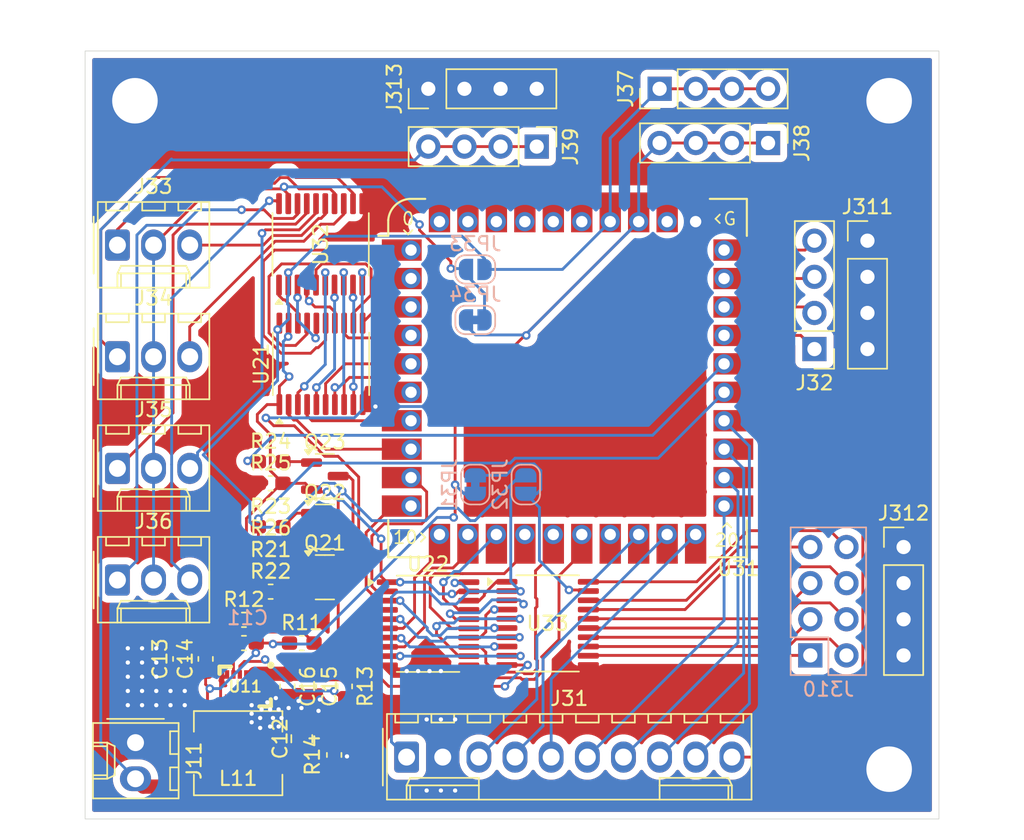
<source format=kicad_pcb>
(kicad_pcb (version 20241229) (generator "pcbnew") (generator_version "9.0")
  (layers (0 "F.Cu" signal) (2 "B.Cu" signal) (13 "F.Paste" user) (15 "B.Paste" user) (5 "F.SilkS" user "F.Silkscreen") (7 "B.SilkS" user "B.Silkscreen") (1 "F.Mask" user) (3 "B.Mask" user) (25 "Edge.Cuts" user))
  (net 0 "")
  (net 1 "+5V")
  (net 2 "Net-(U11-FB)")
  (net 3 "Net-(U11-BST)")
  (net 4 "Net-(C12-Pad2)")
  (net 5 "GND")
  (net 6 "+12V")
  (net 7 "E_STOP")
  (net 8 "W_ENDSTOP")
  (net 9 "+3.3V")
  (net 10 "X_ENDSTOP")
  (net 11 "AUX1")
  (net 12 "Y_ENDSTOP")
  (net 13 "AUX2")
  (net 14 "AUX3")
  (net 15 "Z_ENDSTOP")
  (net 16 "VCCB1")
  (net 17 "Z_STEP")
  (net 18 "Z_DIR")
  (net 19 "Y_STEP")
  (net 20 "Y_DIR")
  (net 21 "X_DIR")
  (net 22 "X_STEP")
  (net 23 "SPINDLE")
  (net 24 "AUX_A")
  (net 25 "AUX_I")
  (net 26 "AUX_H")
  (net 27 "AUX_C")
  (net 28 "AUX_F")
  (net 29 "AUX_D")
  (net 30 "AUX_B")
  (net 31 "AUX_G")
  (net 32 "AUX_E")
  (net 33 "VCCB2")
  (net 34 "Net-(Q21-B)")
  (net 35 "ENABLE_HIGH")
  (net 36 "Net-(Q22-B)")
  (net 37 "Net-(Q22-E)")
  (net 38 "Net-(Q23-B)")
  (net 39 "ENABLE_LOW")
  (net 40 "Net-(U11-EN)")
  (net 41 "READY")
  (net 43 "AUX_A_3.3")
  (net 44 "Net-(U21-2Y0)")
  (net 45 "Z_DIR_3.3")
  (net 46 "Net-(U21-1Y3)")
  (net 47 "Net-(U21-2Y1)")
  (net 48 "Net-(U21-2Y2)")
  (net 49 "SPINDLE_3.3")
  (net 50 "Net-(U21-1Y2)")
  (net 51 "Z_STEP_3.3")
  (net 52 "X_STEP_3.3")
  (net 53 "Net-(U21-1Y1)")
  (net 54 "Y_DIR_3.3")
  (net 55 "Y_STEP_3.3")
  (net 56 "X_DIR_3.3")
  (net 57 "Net-(U21-1Y0)")
  (net 58 "Net-(U21-2Y3)")
  (net 59 "AUX_D_3.3")
  (net 60 "AUX_B_3.3")
  (net 61 "Net-(U22-2Y1)")
  (net 62 "Net-(U22-1Y0)")
  (net 63 "AUX_C_3.3")
  (net 64 "Net-(U22-2Y2)")
  (net 65 "AUX_E_3.3")
  (net 66 "Net-(U22-2Y3)")
  (net 67 "Net-(U22-1Y3)")
  (net 68 "Net-(U22-1Y1)")
  (net 69 "AUX_F_3.3")
  (net 70 "Net-(U22-2Y0)")
  (net 71 "AUX_I_3.3")
  (net 72 "AUX_G_3.3")
  (net 73 "AUX_H_3.3")
  (net 74 "Net-(U22-1Y2)")
  (net 75 "AUX_4")
  (net 76 "RESET")
  (net 78 "A4")
  (net 79 "BOOTSEL")
  (net 81 "A1")
  (net 83 "A3")
  (net 84 "D-")
  (net 85 "D+")
  (net 86 "A2")
  (footprint "Connector_PinHeader_2.54mm:PinHeader_1x04_P2.54mm_Vertical" (layer "F.Cu") (at 157.734 77.724 -90)
    (property "Reference" "J39")
    (property "Value" "Conn_01x04_Pin")
  )
  (footprint "Capacitor_SMD:C_0603_1608Metric_Pad1.08x0.95mm_HandSolder" (layer "F.Cu") (at 144.25 115.68 -90)
    (property "Reference" "R13")
    (property "Value" "93.1k")
  )
  (footprint "Capacitor_SMD:C_0603_1608Metric_Pad1.08x0.95mm_HandSolder" (layer "F.Cu") (at 139.0375 109.02)
    (property "Reference" "R22")
    (property "Value" "10k")
  )
  (footprint "Connector_Molex:Molex_KK-254_AE-6410-03A_1x03_P2.54mm_Vertical" (layer "F.Cu") (at 128.27 84.65)
    (property "Reference" "J33")
    (property "Value" "Conn_01x03_Pin")
  )
  (footprint "Capacitor_SMD:C_0603_1608Metric_Pad1.08x0.95mm_HandSolder" (layer "F.Cu") (at 137.16 112.632)
    (property "Reference" "C11")
    (property "Value" "47pF")
  )
  (footprint "Connector_Molex:Molex_KK-254_AE-6410-03A_1x03_P2.54mm_Vertical" (layer "F.Cu") (at 128.27 100.35)
    (property "Reference" "J35")
    (property "Value" "Conn_01x03_Pin")
  )
  (footprint "Capacitor_SMD:C_0805_2012Metric_Pad1.18x1.45mm_HandSolder" (layer "F.Cu") (at 141.224 119.3585 -90)
    (property "Reference" "C12")
    (property "Value" "0.1uF")
  )
  (footprint "Package_TO_SOT_SMD:SOT-23" (layer "F.Cu") (at 142.8475 100.892)
    (property "Reference" "Q23")
    (property "Value" "BC847")
  )
  (footprint "Connector_Molex:Molex_KK-254_AE-6410-02A_1x02_P2.54mm_Vertical" (layer "F.Cu") (at 129.54 119.634 -90)
    (property "Reference" "J11")
    (property "Value" "Conn_01x02")
  )
  (footprint "Capacitor_SMD:C_0603_1608Metric_Pad1.08x0.95mm_HandSolder" (layer "F.Cu") (at 139.0375 105.972)
    (property "Reference" "R26")
    (property "Value" "10k")
  )
  (footprint "Package_SO:TSSOP-20_4.4x6.5mm_P0.65mm" (layer "F.Cu") (at 142.575 93 90)
    (property "Reference" "U21")
    (property "Value" "74HC244")
  )
  (footprint "Connector_PinHeader_2.54mm:PinHeader_1x04_P2.54mm_Vertical" (layer "F.Cu") (at 166.37 73.66 90)
    (property "Reference" "J37")
    (property "Value" "Conn_01x04_Pin")
  )
  (footprint "Capacitor_SMD:C_0603_1608Metric_Pad1.08x0.95mm_HandSolder" (layer "F.Cu") (at 137.16 110.998)
    (property "Reference" "R12")
    (property "Value" "41.2k")
  )
  (footprint "Connector_Molex:Molex_KK-254_AE-6410-10A_1x10_P2.54mm_Vertical" (layer "F.Cu") (at 148.59 120.65)
    (property "Reference" "J31")
    (property "Value" "Conn_01x10_Pin")
  )
  (footprint "Package_TO_SOT_SMD:SOT-23" (layer "F.Cu") (at 142.8475 104.448)
    (property "Reference" "Q22")
    (property "Value" "BC847")
  )
  (footprint "MountingHole:MountingHole_3.2mm_M3" (layer "F.Cu") (at 129.5 74.5)
    (property "Reference" "REF**" (hide yes))
    (property "Value" "MountingHole_3.2mm_M3")
  )
  (footprint "RP2xxx_Stamp:RP2xxx_Stamp_THT" (layer "F.Cu") (at 159.9 94)
    (property "Reference" "U31")
    (property "Value" "RP2350_Stamp")
  )
  (footprint "Package_SO:TSSOP-20_4.4x6.5mm_P0.65mm" (layer "F.Cu") (at 150.1 111.275)
    (property "Reference" "U22")
    (property "Value" "74HC244")
  )
  (footprint "Package_SO:TSSOP-20_4.4x6.5mm_P0.65mm" (layer "F.Cu") (at 142.55 84.6 90)
    (property "Reference" "U32")
    (property "Value" "TXS0108EPW")
  )
  (footprint "Inductor_SMD:L_Chilisin_BMRA00050530" (layer "F.Cu") (at 136.7525 120.3745 180)
    (property "Reference" "L11")
    (property "Value" "6.8UH")
  )
  (footprint "Connector_Molex:Molex_KK-254_AE-6410-03A_1x03_P2.54mm_Vertical" (layer "F.Cu") (at 128.27 92.5)
    (property "Reference" "J34")
    (property "Value" "Conn_01x03_Pin")
  )
  (footprint "Capacitor_SMD:C_0603_1608Metric_Pad1.08x0.95mm_HandSolder" (layer "F.Cu") (at 141.224 112.632)
    (property "Reference" "R11")
    (property "Value" "220k")
  )
  (footprint "MountingHole:MountingHole_3.2mm_M3" (layer "F.Cu") (at 182.5 74.5)
    (property "Reference" "REF**" (hide yes))
    (property "Value" "MountingHole_3.2mm_M3")
  )
  (footprint "Connector_PinHeader_2.54mm:PinHeader_1x04_P2.54mm_Vertical" (layer "F.Cu") (at 183.515 105.88)
    (property "Reference" "J312")
    (property "Value" "Conn_01x04_Pin")
  )
  (footprint "Capacitor_SMD:C_0603_1608Metric_Pad1.08x0.95mm_HandSolder" (layer "F.Cu") (at 140.208 115.68 -90)
    (property "Reference" "C16")
    (property "Value" "4.7uF")
  )
  (footprint "Package_SO:TSSOP-20_4.4x6.5mm_P0.65mm" (layer "F.Cu") (at 158.5 111.25)
    (property "Reference" "U33")
    (property "Value" "TXS0108EPW")
  )
  (footprint "Capacitor_SMD:C_0603_1608Metric_Pad1.08x0.95mm_HandSolder" (layer "F.Cu") (at 139.0375 107.496)
    (property "Reference" "R21")
    (property "Value" "10k")
  )
  (footprint "Connector_Molex:Molex_KK-254_AE-6410-03A_1x03_P2.54mm_Vertical" (layer "F.Cu") (at 128.27 108.2)
    (property "Reference" "J36")
    (property "Value" "Conn_01x03_Pin")
  )
  (footprint "MountingHole:MountingHole_3.2mm_M3" (layer "F.Cu") (at 182.5 121.5)
    (property "Reference" "REF**" (hide yes))
    (property "Value" "MountingHole_3.2mm_M3")
  )
  (footprint "Capacitor_SMD:C_0603_1608Metric_Pad1.08x0.95mm_HandSolder" (layer "F.Cu") (at 132.6885 113.7485 90)
    (property "Reference" "C13")
    (property "Value" "22uF")
  )
  (footprint "Connector_PinHeader_2.54mm:PinHeader_1x04_P2.54mm_Vertical" (layer "F.Cu") (at 180.975 84.34)
    (property "Reference" "J311")
    (property "Value" "Conn_01x04_Pin")
  )
  (footprint "Capacitor_SMD:C_0603_1608Metric_Pad1.08x0.95mm_HandSolder" (layer "F.Cu") (at 134.4665 113.7485 90)
    (property "Reference" "C14")
    (property "Value" "22uF")
  )
  (footprint "Connector_PinHeader_2.54mm:PinHeader_1x04_P2.54mm_Vertical" (layer "F.Cu") (at 177.25 91.96 180)
    (property "Reference" "J32")
    (property "Value" "Conn_01x04_Pin")
  )
  (footprint "Capacitor_SMD:C_0603_1608Metric_Pad1.08x0.95mm_HandSolder" (layer "F.Cu") (at 141.732 115.68 -90)
    (property "Reference" "C15")
    (property "Value" "4.7uF")
  )
  (footprint "Capacitor_SMD:C_0603_1608Metric_Pad1.08x0.95mm_HandSolder" (layer "F.Cu") (at 139.0375 104.448)
    (property "Reference" "R23")
    (property "Value" "10k")
  )
  (footprint "Capacitor_SMD:C_0603_1608Metric_Pad1.08x0.95mm_HandSolder" (layer "F.Cu") (at 143.5 120.5 -90)
    (property "Reference" "R14")
    (property "Value" "22k")
  )
  (footprint "Connector_PinHeader_2.54mm:PinHeader_1x04_P2.54mm_Vertical" (layer "F.Cu") (at 173.99 77.47 -90)
    (property "Reference" "J38")
    (property "Value" "Conn_01x04_Pin")
  )
  (footprint "footprints:V-DFN3020-13" (layer "F.Cu") (at 137.247 115.692 180)
    (property "Reference" "U11")
    (property "Value" "AP63357")
    (property "VALUE" "AP63357" (hide yes))
  )
  (footprint "Capacitor_SMD:C_0603_1608Metric_Pad1.08x0.95mm_HandSolder" (layer "F.Cu") (at 139.0375 99.876)
    (property "Reference" "R24")
    (property "Value" "10k")
  )
  (footprint "Connector_PinHeader_2.54mm:PinHeader_1x04_P2.54mm_Vertical" (layer "F.Cu") (at 150.114 73.66 90)
    (property "Reference" "J313")
    (property "Value" "Conn_01x04_Pin")
  )
  (footprint "Package_TO_SOT_SMD:SOT-23" (layer "F.Cu") (at 142.8475 108.004)
    (property "Reference" "Q21")
    (property "Value" "BC847")
  )
  (footprint "Capacitor_SMD:C_0603_1608Metric_Pad1.08x0.95mm_HandSolder" (layer "F.Cu") (at 139.0375 101.4)
    (property "Reference" "R25")
    (property "Value" "10k")
  )
  (footprint "Jumper:SolderJumper-2_P1.3mm_Bridged_RoundedPad1.0x1.5mm" (layer "B.Cu") (at 153.416 89.91 180)
    (property "Reference" "JP34")
    (property "Value" "SolderJumper_2_Bridged")
  )
  (footprint "Jumper:SolderJumper-2_P1.3mm_Open_RoundedPad1.0x1.5mm" (layer "B.Cu") (at 156.966 101.488 -90)
    (property "Reference" "JP32")
    (property "Value" "SolderJumper_2_Open")
  )
  (footprint "Connector_PinHeader_2.54mm:PinHeader_2x04_P2.54mm_Vertical" (layer "B.Cu") (at 176.96 113.5)
    (property "Reference" "J310")
    (property "Value" "Conn_02x04_Counter_Clockwise")
  )
  (footprint "Jumper:SolderJumper-2_P1.3mm_Bridged_RoundedPad1.0x1.5mm" (layer "B.Cu") (at 153.416 101.488 -90)
    (property "Reference" "JP31")
    (property "Value" "SolderJumper_2_Bridged")
  )
  (footprint "Jumper:SolderJumper-2_P1.3mm_Open_RoundedPad1.0x1.5mm" (layer "B.Cu") (at 153.416 86.36 180)
    (property "Reference" "JP33")
    (property "Value" "SolderJumper_2_Open")
  )
  (gr_rect (start 126 71) (end 186 125) (stroke (width 0.05)) (fill no) (layer "Edge.Cuts"))
  (segment (start 137.9975 113.323) (end 137.9975 112.657) (width 0.199) (layer "F.Cu") (net 1))
  (segment (start 152 103.7) (end 152 101.5) (width 0.2) (layer "F.Cu") (net 1))
  (segment (start 140.3615 112.632) (end 138.0225 112.632) (width 0.2) (layer "F.Cu") (net 1))
  (segment (start 134.4665 115.539822) (end 134.76071 115.834032) (width 0.199) (layer "F.Cu") (net 1))
  (segment (start 166.37 77.47) (end 173.99 77.47) (width 0.2) (layer "F.Cu") (net 1))
  (segment (start 152 95.9) (end 164.9 83) (width 0.2) (layer "F.Cu") (net 1))
  (segment (start 134.599 115.995742) (end 134.76071 115.834032) (width 0.2) (layer "F.Cu") (net 1))
  (segment (start 134.7025 120.3745) (end 134.599 120.271) (width 0.2) (layer "F.Cu") (net 1))
  (segment (start 132.6885 114.611) (end 134.4665 114.611) (width 0.2) (layer "F.Cu") (net 1))
  (segment (start 151.9 103.8) (end 152 103.7) (width 0.2) (layer "F.Cu") (net 1))
  (segment (start 137.9975 112.657) (end 138.0225 112.632) (width 0.199) (layer "F.Cu") (net 1))
  (segment (start 134.4665 114.611) (end 134.4665 115.539822) (width 0.199) (layer "F.Cu") (net 1))
  (segment (start 134.567 114.5105) (end 134.4665 114.611) (width 0.199) (layer "F.Cu") (net 1))
  (segment (start 134.599 120.271) (end 134.599 115.995742) (width 0.2) (layer "F.Cu") (net 1))
  (segment (start 152 101.5) (end 152 95.9) (width 0.2) (layer "F.Cu") (net 1))
  (via (at 139.2 112.7) (size 0.6) (drill 0.3) (layers "F.Cu" "B.Cu") (net 1))
  (via (at 137.9975 113.323) (size 0.6) (drill 0.3) (layers "F.Cu" "B.Cu") (net 1))
  (via (at 134.76071 115.834032) (size 0.6) (drill 0.3) (layers "F.Cu" "B.Cu") (net 1))
  (via (at 152 101.5) (size 0.6) (drill 0.3) (layers "F.Cu" "B.Cu") (net 1))
  (via (at 157 91) (size 0.6) (drill 0.3) (layers "F.Cu" "B.Cu") (net 1))
  (via (at 151.9 103.8) (size 0.6) (drill 0.3) (layers "F.Cu" "B.Cu") (net 1))
  (segment (start 153.439248 90.966) (end 152.766 90.292752) (width 0.2) (layer "B.Cu") (net 1))
  (segment (start 156.934 90.966) (end 153.439248 90.966) (width 0.2) (layer "B.Cu") (net 1))
  (segment (start 152.766 90.292752) (end 152.766 89.91) (width 0.2) (layer "B.Cu") (net 1))
  (segment (start 153.416 102.138) (end 152.638 102.138) (width 0.2) (layer "B.Cu") (net 1))
  (segment (start 164.9 83) (end 164.9 78.94) (width 0.2) (layer "B.Cu") (net 1))
  (segment (start 164.9 78.94) (end 166.37 77.47) (width 0.2) (layer "B.Cu") (net 1))
  (segment (start 134.76071 115.834032) (end 135.486468 115.834032) (width 0.199) (layer "B.Cu") (net 1))
  (segment (start 152.638 102.138) (end 152 101.5) (width 0.2) (layer "B.Cu") (net 1))
  (segment (start 164.9 83) (end 156.934 90.966) (width 0.2) (layer "B.Cu") (net 1))
  (segment (start 150.719727 103.8) (end 151.9 103.8) (width 0.2) (layer "B.Cu") (net 1))
  (segment (start 139.2 112.7) (end 141.819727 112.7) (width 0.2) (layer "B.Cu") (net 1))
  (segment (start 141.819727 112.7) (end 150.719727 103.8) (width 0.2) (layer "B.Cu") (net 1))
  (segment (start 135.486468 115.834032) (end 137.9975 113.323) (width 0.199) (layer "B.Cu") (net 1))
  (segment (start 137.0735 111.856) (end 141.3105 111.856) (width 0.2) (layer "F.Cu") (net 2))
  (segment (start 136.2975 112.632) (end 136.4225 112.757) (width 0.199) (layer "F.Cu") (net 2))
  (segment (start 141.3105 111.856) (end 142.0865 112.632) (width 0.2) (layer "F.Cu") (net 2))
  (segment (start 136.4225 112.757) (end 136.4225 114.842) (width 0.199) (layer "F.Cu") (net 2))
  (segment (start 136.2975 110.998) (end 136.2975 112.632) (width 0.2) (layer "F.Cu") (net 2))
  (segment (start 136.2975 112.632) (end 137.0735 111.856) (width 0.2) (layer "F.Cu") (net 2))
  (segment (start 142.25 119.347) (end 142.25 120.96866) (width 0.2) (layer "F.Cu") (net 3))
  (segment (start 136.422 120.48016) (end 136.422 116.542) (width 0.2) (layer "F.Cu") (net 3))
  (segment (start 142.25 120.96866) (end 141.29316 121.9255) (width 0.2) (layer "F.Cu") (net 3))
  (segment (start 141.224 118.321) (end 142.25 119.347) (width 0.2) (layer "F.Cu") (net 3))
  (segment (start 137.86734 121.9255) (end 136.422 120.48016) (width 0.2) (layer "F.Cu") (net 3))
  (segment (start 141.29316 121.9255) (end 137.86734 121.9255) (width 0.2) (layer "F.Cu") (net 3))
  (segment (start 136.872 116.542) (end 136.872 115.728) (width 0.199) (layer "F.Cu") (net 4))
  (segment (start 138.824 120.396) (end 138.8025 120.3745) (width 0.199) (layer "F.Cu") (net 4))
  (segment (start 136.908 115.692) (end 138.037 115.692) (width 0.199) (layer "F.Cu") (net 4))
  (segment (start 138.8025 120.3745) (end 136.872 118.444) (width 0.199) (layer "F.Cu") (net 4))
  (segment (start 141.224 120.396) (end 138.824 120.396) (width 0.199) (layer "F.Cu") (net 4))
  (segment (start 136.872 118.444) (end 136.872 116.542) (width 0.199) (layer "F.Cu") (net 4))
  (segment (start 136.872 115.728) (end 136.908 115.692) (width 0.199) (layer "F.Cu") (net 4))
  (segment (start 135.521 115.293) (end 135.521 116.479) (width 0.2) (layer "F.Cu") (net 5))
  (segment (start 146.2625 95.8625) (end 146.4 96) (width 0.2) (layer "F.Cu") (net 5))
  (segment (start 135.972 114.842) (end 135.521 115.293) (width 0.2) (layer "F.Cu") (net 5))
  (segment (start 135.521 116.479) (end 135 117) (width 0.2) (layer "F.Cu") (net 5))
  (segment (start 145.5 95.8625) (end 146.2625 95.8625) (width 0.2) (layer "F.Cu") (net 5))
  (via (at 132 117) (size 0.6) (drill 0.3) (layers "F.Cu" "B.Cu") (net 5))
  (via (at 138.8 116.8) (size 0.6) (drill 0.3) (layers "F.Cu" "B.Cu") (net 5))
  (via (at 152 118) (size 0.6) (drill 0.3) (layers "F.Cu" "B.Cu") (net 5))
  (via (at 140.3 117.2) (size 0.6) (drill 0.3) (layers "F.Cu" "B.Cu") (net 5))
  (via (at 131 117) (size 0.6) (drill 0.3) (layers "F.Cu" "B.Cu") (net 5))
  (via (at 149.4 114.6) (size 0.6) (drill 0.3) (layers "F.Cu" "B.Cu") (net 5))
  (via (at 139.2 117.9) (size 0.6) (drill 0.3) (layers "F.Cu" "B.Cu") (net 5))
  (via (at 138.3 117.9) (size 0.6) (drill 0.3) (layers "F.Cu" "B.Cu") (net 5))
  (via (at 138.4 117.3) (size 0.6) (drill 0.3) (layers "F.Cu" "B.Cu") (net 5))
  (via (at 130 116) (size 0.6) (drill 0.3) (layers "F.Cu" "B.Cu") (net 5))
  (via (at 151 118) (size 0.6) (drill 0.3) (layers "F.Cu" "B.Cu") (net 5))
  (via (at 144.4 120.6) (size 0.6) (drill 0.3) (layers "F.Cu" "B.Cu") (net 5))
  (via (at 151 123) (size 0.6) (drill 0.3) (layers "F.Cu" "B.Cu") (net 5))
  (via (at 133 117) (size 0.6) (drill 0.3) (layers "F.Cu" "B.Cu") (net 5))
  (via (at 139.8 117.9) (size 0.6) (drill 0.3) (layers "F.Cu" "B.Cu") (net 5))
  (via (at 130 117) (size 0.6) (drill 0.3) (layers "F.Cu" "B.Cu") (net 5))
  (via (at 131 116) (size 0.6) (drill 0.3) (layers "F.Cu" "B.Cu") (net 5))
  (via (at 142.4 117.4) (size 0.6) (drill 0.3) (layers "F.Cu" "B.Cu") (net 5))
  (via (at 129 115) (size 0.6) (drill 0.3) (layers "F.Cu" "B.Cu") (net 5))
  (via (at 130 115) (size 0.6) (drill 0.3) (layers "F.Cu" "B.Cu") (net 5))
  (via (at 129 114) (size 0.6) (drill 0.3) (layers "F.Cu" "B.Cu") (net 5))
  (via (at 131 114) (size 0.6) (drill 0.3) (layers "F.Cu" "B.Cu") (net 5))
  (via (at 131 113) (size 0.6) (drill 0.3) (layers "F.Cu" "B.Cu") (net 5))
  (via (at 137.7 117.6) (size 0.6) (drill 0.3) (layers "F.Cu" "B.Cu") (net 5))
  (via (at 146.4 96) (size 0.6) (drill 0.3) (layers "F.Cu" "B.Cu") (net 5))
  (via (at 150 123) (size 0.6) (drill 0.3) (layers "F.Cu" "B.Cu") (net 5))
  (via (at 129 113) (size 0.6) (drill 0.3) (layers "F.Cu" "B.Cu") (net 5))
  (via (at 139.6 118.5) (size 0.6) (drill 0.3) (layers "F.Cu" "B.Cu") (net 5))
  (via (at 139 117.3) (size 0.6) (drill 0.3) (layers "F.Cu" "B.Cu") (net 5))
  (via (at 137.7 117) (size 0.6) (drill 0.3) (layers "F.Cu" "B.Cu") (net 5))
  (via (at 129 117) (size 0.6) (drill 0.3) (layers "F.Cu" "B.Cu") (net 5))
  (via (at 133 116) (size 0.6) (drill 0.3) (layers "F.Cu" "B.Cu") (net 5))
  (via (at 150.2 114.6) (size 0.6) (drill 0.3) (layers "F.Cu" "B.Cu") (net 5))
  (via (at 141 116.7) (size 0.6) (drill 0.3) (layers "F.Cu" "B.Cu") (net 5))
  (via (at 131 115) (size 0.6) (drill 0.3) (layers "F.Cu" "B.Cu") (net 5))
  (via (at 152 123) (size 0.6) (drill 0.3) (layers "F.Cu" "B.Cu") (net 5))
  (via (at 139.6 117.3) (size 0.6) (drill 0.3) (layers "F.Cu" "B.Cu") (net 5))
  (via (at 129 116) (size 0.6) (drill 0.3) (layers "F.Cu" "B.Cu") (net 5))
  (via (at 130 114) (size 0.6) (drill 0.3) (layers "F.Cu" "B.Cu") (net 5))
  (via (at 130 113) (size 0.6) (drill 0.3) (layers "F.Cu" "B.Cu") (net 5))
  (via (at 141.2 117.2) (size 0.6) (drill 0.3) (layers "F.Cu" "B.Cu") (net 5))
  (via (at 139.4 116.5) (size 0.6) (drill 0.3) (layers "F.Cu" "B.Cu") (net 5))
  (via (at 148.6 114.6) (size 0.6) (drill 0.3) (layers "F.Cu" "B.Cu") (net 5))
  (via (at 137.7 118.2) (size 0.6) (drill 0.3) (layers "F.Cu" "B.Cu") (net 5))
  (via (at 150 118) (size 0.6) (drill 0.3) (layers "F.Cu" "B.Cu") (net 5))
  (via (at 139 118.5) (size 0.6) (drill 0.3) (layers "F.Cu" "B.Cu") (net 5))
  (via (at 142.5 116.6) (size 0.6) (drill 0.3) (layers "F.Cu" "B.Cu") (net 5))
  (via (at 151 114.6) (size 0.6) (drill 0.3) (layers "F.Cu" "B.Cu") (net 5))
  (via (at 132 116) (size 0.6) (drill 0.3) (layers "F.Cu" "B.Cu") (net 5))
  (via (at 138.3 118.6) (size 0.6) (drill 0.3) (layers "F.Cu" "B.Cu") (net 5))
  (segment (start 146.4 96) (end 150.8 96) (width 0.2) (layer "B.Cu") (net 5))
  (segment (start 150.8 96) (end 151 96) (width 0.2) (layer "B.Cu") (net 5))
  (segment (start 141.7055 114.791) (end 137.922 114.791) (width 1) (layer "F.Cu") (net 6))
  (segment (start 145.426 115.84718) (end 145.426 121.30782) (width 1) (layer "F.Cu") (net 6))
  (segment (start 141.732 114.8175) (end 144.25 114.8175) (width 1) (layer "F.Cu") (net 6))
  (segment (start 145.426 121.30782) (end 144.00732 122.7265) (width 1) (layer "F.Cu") (net 6))
  (segment (start 150.114 77.724) (end 157.734 77.724) (width 0.2) (layer "F.Cu") (net 6))
  (segment (start 144.25 114.8175) (end 144.39632 114.8175) (width 1) (layer "F.Cu") (net 6))
  (segment (start 144.00732 122.7265) (end 130.0925 122.7265) (width 1) (layer "F.Cu") (net 6))
  (segment (start 141.732 114.8175) (end 141.7055 114.791) (width 1) (layer "F.Cu") (net 6))
  (segment (start 144.39632 114.8175) (end 145.426 115.84718) (width 1) (layer "F.Cu") (net 6))
  (segment (start 130.0925 122.7265) (end 129.54 122.174) (width 1) (layer "F.Cu") (net 6))
  (segment (start 127.099 119.733) (end 127.099 83.56984) (width 0.2) (layer "B.Cu") (net 6))
  (segment (start 132.00442 78.66442) (end 149.17358 78.66442) (width 0.2) (layer "B.Cu") (net 6))
  (segment (start 129.54 122.174) (end 127.099 119.733) (width 0.2) (layer "B.Cu") (net 6))
  (segment (start 127.099 83.56984) (end 132.00442 78.66442) (width 0.2) (layer "B.Cu") (net 6))
  (segment (start 132.00442 78.66442) (end 132.07284 78.596) (width 0.2) (layer "B.Cu") (net 6))
  (segment (start 149.17358 78.66442) (end 150.114 77.724) (width 0.2) (layer "B.Cu") (net 6))
  (segment (start 180.651 115.80124) (end 180.651 103.451) (width 0.2) (layer "F.Cu") (net 7))
  (segment (start 172.2 95) (end 171.55 95) (width 0.2) (layer "F.Cu") (net 7))
  (segment (start 175.80224 120.65) (end 180.651 115.80124) (width 0.2) (layer "F.Cu") (net 7))
  (segment (start 138.175 104.448) (end 138.175 103.887) (width 0.2) (layer "F.Cu") (net 7))
  (segment (start 138.175 103.887) (end 138.176 103.886) (width 0.2) (layer "F.Cu") (net 7))
  (segment (start 138.175 105.972) (end 138.175 104.448) (width 0.2) (layer "F.Cu") (net 7))
  (segment (start 171.45 120.65) (end 175.80224 120.65) (width 0.2) (layer "F.Cu") (net 7))
  (segment (start 180.651 103.451) (end 172.2 95) (width 0.2) (layer "F.Cu") (net 7))
  (via (at 138.176 103.886) (size 0.6) (drill 0.3) (layers "F.Cu" "B.Cu") (net 7))
  (segment (start 155.872458 99.976) (end 156.216459 99.632) (width 0.2) (layer "B.Cu") (net 7))
  (segment (start 142.086 99.976) (end 155.872458 99.976) (width 0.2) (layer "B.Cu") (net 7))
  (segment (start 156.216459 99.632) (end 166.268 99.632) (width 0.2) (layer "B.Cu") (net 7))
  (segment (start 166.268 99.632) (end 170.9 95) (width 0.2) (layer "B.Cu") (net 7))
  (segment (start 138.176 103.886) (end 142.086 99.976) (width 0.2) (layer "B.Cu") (net 7))
  (segment (start 170.9 111.04) (end 170.9 103) (width 0.2) (layer "B.Cu") (net 8))
  (segment (start 161.29 120.65) (end 170.9 111.04) (width 0.2) (layer "B.Cu") (net 8))
  (segment (start 139.65 90.52037) (end 139.586902 90.583468) (width 0.2) (layer "F.Cu") (net 9))
  (segment (start 143.436 104.797) (end 143.785 104.448) (width 0.2) (layer "F.Cu") (net 9))
  (segment (start 143.785 102.24) (end 144.075 101.95) (width 0.2) (layer "F.Cu") (net 9))
  (segment (start 140.275 87.4625) (end 140.274999 86.580447) (width 0.199) (layer "F.Cu") (net 9))
  (segment (start 139.586902 90.583468) (end 139.525 90.583468) (width 0.2) (layer "F.Cu") (net 9))
  (segment (start 156.586863 109.000001) (end 156.594644 108.99222) (width 0.2) (layer "F.Cu") (net 9))
  (segment (start 143.785 104.448) (end 143.785 102.24) (width 0.2) (layer "F.Cu") (net 9))
  (segment (start 155.617947 109.000001) (end 156.586863 109.000001) (width 0.2) (layer "F.Cu") (net 9))
  (segment (start 141.131532 104.797) (end 143.436 104.797) (width 0.2) (layer "F.Cu") (net 9))
  (segment (start 152.027081 108.35) (end 151.976081 108.401) (width 0.2) (layer "F.Cu") (net 9))
  (segment (start 138.175 107.496) (end 138.376 107.496) (width 0.2) (layer "F.Cu") (net 9))
  (segment (start 166.37 73.66) (end 173.99 73.66) (width 0.2) (layer "F.Cu") (net 9))
  (segment (start 141.080532 104.848) (end 141.131532 104.797) (width 0.2) (layer "F.Cu") (net 9))
  (segment (start 141.024 104.848) (end 141.080532 104.848) (width 0.2) (layer "F.Cu") (net 9))
  (segment (start 139.65 90.166049) (end 139.65 90.52037) (width 0.2) (layer "F.Cu") (net 9))
  (segment (start 152.933951 108.35) (end 152.027081 108.35) (width 0.2) (layer "F.Cu") (net 9))
  (segment (start 139.9 105.972) (end 141.024 104.848) (width 0.2) (layer "F.Cu") (net 9))
  (segment (start 138.376 107.496) (end 139.9 105.972) (width 0.2) (layer "F.Cu") (net 9))
  (via (at 156.594644 108.99222) (size 0.6) (drill 0.3) (layers "F.Cu" "B.Cu") (net 9))
  (via (at 140.274999 86.580447) (size 0.6) (drill 0.3) (layers "F.Cu" "B.Cu") (net 9))
  (via (at 139.525 90.583468) (size 0.6) (drill 0.3) (layers "F.Cu" "B.Cu") (net 9))
  (via (at 151.976081 108.401) (size 0.6) (drill 0.3) (layers "F.Cu" "B.Cu") (net 9))
  (via (at 144.075 101.95) (size 0.6) (drill 0.3) (layers "F.Cu" "B.Cu") (net 9))
  (segment (start 134.3 99.4) (end 137.575 102.675) (width 0.2) (layer "B.Cu") (net 9))
  (segment (start 139.525 94.175) (end 134.3 99.4) (width 0.2) (layer "B.Cu") (net 9))
  (segment (start 156.491295 109.027384) (end 156.526459 108.99222) (width 0.2) (layer "B.Cu") (net 9))
  (segment (start 156.526459 108.99222) (end 156.594644 108.99222) (width 0.2) (layer "B.Cu") (net 9))
  (segment (start 147.524 119.584) (end 147.524 109.410008) (width 0.2) (layer "B.Cu") (net 9))
  (segment (start 139.525 90.583468) (end 139.525 94.175) (width 0.2) (layer "B.Cu") (net 9))
  (segment (start 139.663057 104.487) (end 142.751057 101.399) (width 0.2) (layer "B.Cu") (net 9))
  (segment (start 143.524 101.399) (end 144.075 101.95) (width 0.2) (layer "B.Cu") (net 9))
  (segment (start 153.397248 104.024) (end 156.583248 100.838) (width 0.2) (layer "B.Cu") (net 9))
  (segment (start 140.3 86.6) (end 140.3 88.174578) (width 0.2) (layer "B.Cu") (net 9))
  (segment (start 150.798627 103.155414) (end 152.190449 103.155414) (width 0.2) (layer "B.Cu") (net 9))
  (segment (start 140.3 88.174578) (end 140.219617 88.254961) (width 0.2) (layer "B.Cu") (net 9))
  (segment (start 155.91 101.511248) (end 156.583248 100.838) (width 0.2) (layer "B.Cu") (net 9))
  (segment (start 153.059035 104.024) (end 153.397248 104.024) (width 0.2) (layer "B.Cu") (net 9))
  (segment (start 156.44508 109) (end 153 109) (width 0.2) (layer "B.Cu") (net 9))
  (segment (start 156.472464 109.027384) (end 156.44508 109) (width 0.2) (layer "B.Cu") (net 9))
  (segment (start 140.3 89.851862) (end 139.568394 90.583468) (width 0.2) (layer "B.Cu") (net 9))
  (segment (start 154.066 85.605) (end 154.066 86.36) (width 0.2) (layer "B.Cu") (net 9))
  (segment (start 152.088434 109.88449) (end 152.972924 109) (width 0.2) (layer "B.Cu") (net 9))
  (segment (start 156.472464 109.027384) (end 156.491295 109.027384) (width 0.2) (layer "B.Cu") (net 9))
  (segment (start 152.972924 109) (end 156.44508 109) (width 0.2) (layer "B.Cu") (net 9))
  (segment (start 144.075 101.95) (end 146.149 104.024) (width 0.2) (layer "B.Cu") (net 9))
  (segment (start 139.568394 90.583468) (end 139.525 90.583468) (width 0.2) (layer "B.Cu") (net 9))
  (segment (start 156.472464 109.027384) (end 156.44508 109) (width 0.2) (layer "B.Cu") (net 9))
  (segment (start 154.066 86.36) (end 159.54 86.36) (width 0.2) (layer "B.Cu") (net 9))
  (segment (start 155.91 108.307576) (end 155.91 101.511248) (width 0.2) (layer "B.Cu") (net 9))
  (segment (start 142.751057 101.399) (end 143.524 101.399) (width 0.2) (layer "B.Cu") (net 9))
  (segment (start 140.3 86.6) (end 142.876 84.024) (width 0.2) (layer "B.Cu") (net 9))
  (segment (start 140.219617 88.793439) (end 140.3 88.873822) (width 0.2) (layer "B.Cu") (net 9))
  (segment (start 148.59 120.65) (end 147.524 119.584) (width 0.2) (layer "B.Cu") (net 9))
  (segment (start 153 109) (end 152.401 108.401) (width 0.2) (layer "B.Cu") (net 9))
  (segment (start 156.526459 108.99222) (end 156.594644 108.99222) (width 0.2) (layer "B.Cu") (net 9))
  (segment (start 147.885008 109.049) (end 150.189089 109.049) (width 0.2) (layer "B.Cu") (net 9))
  (segment (start 156.966 100.838) (end 156.583248 100.838) (width 0.2) (layer "B.Cu") (net 9))
  (segment (start 152.190449 103.155414) (end 153.059035 104.024) (width 0.2) (layer "B.Cu") (net 9))
  (segment (start 159.54 86.36) (end 162.9 83) (width 0.2) (layer "B.Cu") (net 9))
  (segment (start 156.491295 109.027384) (end 156.526459 108.99222) (width 0.2) (layer "B.Cu") (net 9))
  (segment (start 151.024579 109.88449) (end 152.088434 109.88449) (width 0.2) (layer "B.Cu") (net 9))
  (segment (start 156.594644 108.99222) (end 155.91 108.307576) (width 0.2) (layer "B.Cu") (net 9))
  (segment (start 162.9 83) (end 162.9 77.13) (width 0.2) (layer "B.Cu") (net 9))
  (segment (start 150.189089 109.049) (end 151.024579 109.88449) (width 0.2) (layer "B.Cu") (net 9))
  (segment (start 140.3 88.873822) (end 140.3 89.851862) (width 0.2) (layer "B.Cu") (net 9))
  (segment (start 152.485 84.024) (end 154.066 85.605) (width 0.2) (layer "B.Cu") (net 9))
  (segment (start 137.575 102.675) (end 137.575 104.134943) (width 0.2) (layer "B.Cu") (net 9))
  (segment (start 137.927057 104.487) (end 139.663057 104.487) (width 0.2) (layer "B.Cu") (net 9))
  (segment (start 146.149 104.024) (end 149.930041 104.024) (width 0.2) (layer "B.Cu") (net 9))
  (segment (start 156.472464 109.027384) (end 156.491295 109.027384) (width 0.2) (layer "B.Cu") (net 9))
  (segment (start 142.876 84.024) (end 152.485 84.024) (width 0.2) (layer "B.Cu") (net 9))
  (segment (start 137.575 104.134943) (end 137.927057 104.487) (width 0.2) (layer "B.Cu") (net 9))
  (segment (start 152.401 108.401) (end 151.976081 108.401) (width 0.2) (layer "B.Cu") (net 9))
  (segment (start 149.930041 104.024) (end 150.798627 103.155414) (width 0.2) (layer "B.Cu") (net 9))
  (segment (start 162.9 77.13) (end 166.37 73.66) (width 0.2) (layer "B.Cu") (net 9))
  (segment (start 147.524 109.410008) (end 147.885008 109.049) (width 0.2) (layer "B.Cu") (net 9))
  (segment (start 140.219617 88.254961) (end 140.219617 88.793439) (width 0.2) (layer "B.Cu") (net 9))
  (segment (start 172.678 116.882) (end 172.678 98.778) (width 0.2) (layer "B.Cu") (net 10))
  (segment (start 172.678 98.778) (end 170.9 97) (width 0.2) (layer "B.Cu") (net 10))
  (segment (start 168.91 120.65) (end 172.678 116.882) (width 0.2) (layer "B.Cu") (net 10))
  (segment (start 158.75 120.65) (end 158.75 115.15) (width 0.2) (layer "B.Cu") (net 11))
  (segment (start 158.75 115.15) (end 168.9 105) (width 0.2) (layer "B.Cu") (net 11))
  (segment (start 172.277 100.377) (end 170.9 99) (width 0.2) (layer "B.Cu") (net 12))
  (segment (start 166.37 120.65) (end 172.277 114.743) (width 0.2) (layer "B.Cu") (net 12))
  (segment (start 172.277 114.743) (end 172.277 100.377) (width 0.2) (layer "B.Cu") (net 12))
  (segment (start 156.21 120.65) (end 156.21 120.425) (width 0.2) (layer "B.Cu") (net 13))
  (segment (start 156.21 120.425) (end 158.177752 118.457248) (width 0.2) (layer "B.Cu") (net 13))
  (segment (start 158.177752 118.457248) (end 158.177752 113.722248) (width 0.2) (layer "B.Cu") (net 13))
  (segment (start 158.177752 113.722248) (end 166.9 105) (width 0.2) (layer "B.Cu") (net 13))
  (segment (start 153.67 120.65) (end 157.745353 116.574647) (width 0.2) (layer "B.Cu") (net 14))
  (segment (start 157.745353 112.154647) (end 164.9 105) (width 0.2) (layer "B.Cu") (net 14))
  (segment (start 157.745353 116.574647) (end 157.745353 112.154647) (width 0.2) (layer "B.Cu") (net 14))
  (segment (start 171.876 112.604) (end 171.876 101.976) (width 0.2) (layer "B.Cu") (net 15))
  (segment (start 163.83 120.65) (end 171.876 112.604) (width 0.2) (layer "B.Cu") (net 15))
  (segment (start 171.876 101.976) (end 170.9 101) (width 0.2) (layer "B.Cu") (net 15))
  (segment (start 134.761 80.699) (end 139.89387 80.699) (width 0.2) (layer "F.Cu") (net 16))
  (segment (start 130.81 84.65) (end 134.761 80.699) (width 0.2) (layer "F.Cu") (net 16))
  (segment (start 140.275 81.08013) (end 140.275 81.7375) (width 0.2) (layer "F.Cu") (net 16))
  (segment (start 139.89387 80.699) (end 139.89387 80.641026) (width 0.2) (layer "F.Cu") (net 16))
  (segment (start 139.89387 80.699) (end 140.275 81.08013) (width 0.2) (layer "F.Cu") (net 16))
  (segment (start 151.7 85.8) (end 151.7 86.3) (width 0.2) (layer "F.Cu") (net 16))
  (segment (start 150.3 84.4) (end 151.7 85.8) (width 0.2) (layer "F.Cu") (net 16))
  (segment (start 149.5 83.6) (end 150.3 84.4) (width 0.2) (layer "F.Cu") (net 16))
  (segment (start 149.5 83.2) (end 149.5 83.6) (width 0.2) (layer "F.Cu") (net 16))
  (segment (start 139.89387 80.641026) (end 139.980027 80.554869) (width 0.2) (layer "F.Cu") (net 16))
  (via (at 149.5 83.2) (size 0.6) (drill 0.3) (layers "F.Cu" "B.Cu") (net 16))
  (via (at 151.7 86.3) (size 0.6) (drill 0.3) (layers "F.Cu" "B.Cu") (net 16))
  (via (at 139.980027 80.554869) (size 0.6) (drill 0.3) (layers "F.Cu" "B.Cu") (net 16))
  (segment (start 130.81 92.5) (end 130.81 100.35) (width 0.2) (layer "B.Cu") (net 16))
  (segment (start 152.706 86.3) (end 152.766 86.36) (width 0.2) (layer "B.Cu") (net 16))
  (segment (start 152.766 86.742752) (end 152.766 86.36) (width 0.2) (layer "B.Cu") (net 16))
  (segment (start 151.7 86.3) (end 152.706 86.3) (width 0.2) (layer "B.Cu") (net 16))
  (segment (start 130.81 100.35) (end 130.81 108.2) (width 0.2) (layer "B.Cu") (net 16))
  (segment (start 146.854869 80.554869) (end 149.5 83.2) (width 0.2) (layer "B.Cu") (net 16))
  (segment (start 130.81 84.65) (end 130.81 92.5) (width 0.2) (layer "B.Cu") (net 16))
  (segment (start 139.980027 80.554869) (end 146.854869 80.554869) (width 0.2) (layer "B.Cu") (net 16))
  (segment (start 154.066 89.91) (end 154.066 88.042752) (width 0.2) (layer "B.Cu") (net 16))
  (segment (start 154.066 88.042752) (end 152.766 86.742752) (width 0.2) (layer "B.Cu") (net 16))
  (segment (start 143.525 81.000001) (end 143.525 81.7375) (width 0.2) (layer "F.Cu") (net 17))
  (segment (start 140.249266 79.904869) (end 141.043397 80.699) (width 0.2) (layer "F.Cu") (net 17))
  (segment (start 128.27 84.65) (end 128.27 83.555) (width 0.2) (layer "F.Cu") (net 17))
  (segment (start 139.316657 80.299) (end 139.710788 79.904869) (width 0.2) (layer "F.Cu") (net 17))
  (segment (start 141.043397 80.699) (end 143.223999 80.699) (width 0.2) (layer "F.Cu") (net 17))
  (segment (start 128.27 83.555) (end 131.526 80.299) (width 0.2) (layer "F.Cu") (net 17))
  (segment (start 139.710788 79.904869) (end 140.249266 79.904869) (width 0.2) (layer "F.Cu") (net 17))
  (segment (start 131.526 80.299) (end 139.316657 80.299) (width 0.2) (layer "F.Cu") (net 17))
  (segment (start 143.223999 80.699) (end 143.525 81.000001) (width 0.2) (layer "F.Cu") (net 17))
  (segment (start 142.409556 82.776) (end 142.573999 82.776) (width 0.2) (layer "F.Cu") (net 18))
  (segment (start 141.208556 83.977) (end 142.409556 82.776) (width 0.2) (layer "F.Cu") (net 18))
  (segment (start 133.35 84.65) (end 138.519239 84.65) (width 0.2) (layer "F.Cu") (net 18))
  (segment (start 142.875 82.474999) (end 142.875 81.7375) (width 0.2) (layer "F.Cu") (net 18))
  (segment (start 139.192239 83.977) (end 141.208556 83.977) (width 0.2) (layer "F.Cu") (net 18))
  (segment (start 138.519239 84.65) (end 139.192239 83.977) (width 0.2) (layer "F.Cu") (net 18))
  (segment (start 142.573999 82.776) (end 142.875 82.474999) (width 0.2) (layer "F.Cu") (net 18))
  (segment (start 127.099 91.329) (end 127.099 83.56984) (width 0.2) (layer "F.Cu") (net 19))
  (segment (start 143.722999 79.898) (end 144.825 81.000001) (width 0.2) (layer "F.Cu") (net 19))
  (segment (start 140.808083 79.898) (end 143.722999 79.898) (width 0.2) (layer "F.Cu") (net 19))
  (segment (start 140.414952 79.504869) (end 140.808083 79.898) (width 0.2) (layer "F.Cu") (net 19))
  (segment (start 144.825 81.000001) (end 144.825 81.7375) (width 0.2) (layer "F.Cu") (net 19))
  (segment (start 139.151971 79.898) (end 139.545103 79.504869) (width 0.2) (layer "F.Cu") (net 19))
  (segment (start 130.77084 79.898) (end 139.151971 79.898) (width 0.2) (layer "F.Cu") (net 19))
  (segment (start 139.545103 79.504869) (end 140.414952 79.504869) (width 0.2) (layer "F.Cu") (net 19))
  (segment (start 127.099 83.56984) (end 130.77084 79.898) (width 0.2) (layer "F.Cu") (net 19))
  (segment (start 128.27 92.5) (end 127.099 91.329) (width 0.2) (layer "F.Cu") (net 19))
  (segment (start 139.357925 84.377) (end 141.374242 84.377) (width 0.2) (layer "F.Cu") (net 20))
  (segment (start 144.175 82.474999) (end 144.175 81.7375) (width 0.2) (layer "F.Cu") (net 20))
  (segment (start 133.35 90.384925) (end 139.357925 84.377) (width 0.2) (layer "F.Cu") (net 20))
  (segment (start 142.574242 83.177) (end 143.472999 83.177) (width 0.2) (layer "F.Cu") (net 20))
  (segment (start 133.35 92.5) (end 133.35 90.384925) (width 0.2) (layer "F.Cu") (net 20))
  (segment (start 143.472999 83.177) (end 144.175 82.474999) (width 0.2) (layer "F.Cu") (net 20))
  (segment (start 141.374242 84.377) (end 142.574242 83.177) (width 0.2) (layer "F.Cu") (net 20))
  (segment (start 138.43 83.82) (end 138.673 83.577) (width 0.2) (layer "F.Cu") (net 21))
  (segment (start 142.225 82.39487) (end 142.225 81.7375) (width 0.2) (layer "F.Cu") (net 21))
  (segment (start 141.04287 83.577) (end 142.225 82.39487) (width 0.2) (layer "F.Cu") (net 21))
  (segment (start 138.673 83.577) (end 141.04287 83.577) (width 0.2) (layer "F.Cu") (net 21))
  (via (at 138.43 83.82) (size 0.6) (drill 0.3) (layers "F.Cu" "B.Cu") (net 21))
  (segment (start 133.9 99.8) (end 133.9 99.234314) (width 0.2) (layer "B.Cu") (net 21))
  (segment (start 138.43 94.704314) (end 138.43 83.82) (width 0.2) (layer "B.Cu") (net 21))
  (segment (start 133.9 99.234314) (end 138.43 94.704314) (width 0.2) (layer "B.Cu") (net 21))
  (segment (start 133.35 100.35) (end 133.9 99.8) (width 0.2) (layer "B.Cu") (net 21))
  (segment (start 128.27 100.35) (end 132.179 96.441) (width 0.2) (layer "F.Cu") (net 22))
  (segment (start 132.179 83.939956) (end 132.942956 83.176) (width 0.2) (layer "F.Cu") (net 22))
  (segment (start 132.179 96.441) (end 132.179 83.939956) (width 0.2) (layer "F.Cu") (net 22))
  (segment (start 141.575 82.39487) (end 141.575 81.7375) (width 0.2) (layer "F.Cu") (net 22))
  (segment (start 132.942956 83.176) (end 140.79387 83.176) (width 0.2) (layer "F.Cu") (net 22))
  (segment (start 140.79387 83.176) (end 141.575 82.39487) (width 0.2) (layer "F.Cu") (net 22))
  (segment (start 140.623999 82.776) (end 139.182611 82.776) (width 0.2) (layer "F.Cu") (net 23))
  (segment (start 138.572722 82.166111) (end 136.992622 82.166111) (width 0.2) (layer "F.Cu") (net 23))
  (segment (start 139.182611 82.776) (end 138.572722 82.166111) (width 0.2) (layer "F.Cu") (net 23))
  (segment (start 140.925 82.474999) (end 140.623999 82.776) (width 0.2) (layer "F.Cu") (net 23))
  (segment (start 140.925 81.7375) (end 140.925 82.474999) (width 0.2) (layer "F.Cu") (net 23))
  (via (at 136.992622 82.166111) (size 0.6) (drill 0.3) (layers "F.Cu" "B.Cu") (net 23))
  (segment (start 130.324956 83.254) (end 132.864956 83.254) (width 0.2) (layer "B.Cu") (net 23))
  (segment (start 133.952845 82.166111) (end 136.992622 82.166111) (width 0.2) (layer "B.Cu") (net 23))
  (segment (start 128.27 108.2) (end 129.639 106.831) (width 0.2) (layer "B.Cu") (net 23))
  (segment (start 129.639 83.939956) (end 130.324956 83.254) (width 0.2) (layer "B.Cu") (net 23))
  (segment (start 129.639 106.831) (end 129.639 83.939956) (width 0.2) (layer "B.Cu") (net 23))
  (segment (start 132.864956 83.254) (end 133.952845 82.166111) (width 0.2) (layer "B.Cu") (net 23))
  (segment (start 139.4215 81.534) (end 139.625 81.7375) (width 0.2) (layer "F.Cu") (net 24))
  (segment (start 138.938 81.534) (end 139.4215 81.534) (width 0.2) (layer "F.Cu") (net 24))
  (via (at 138.938 81.534) (size 0.6) (drill 0.3) (layers "F.Cu" "B.Cu") (net 24))
  (segment (start 132.08 100.076) (end 132.08 88.392) (width 0.2) (layer "B.Cu") (net 24))
  (segment (start 132.08 106.93) (end 132.08 100.076) (width 0.2) (layer "B.Cu") (net 24))
  (segment (start 133.35 108.2) (end 132.08 106.93) (width 0.2) (layer "B.Cu") (net 24))
  (segment (start 132.08 88.392) (end 138.938 81.534) (width 0.2) (layer "B.Cu") (net 24))
  (segment (start 161.3875 113.5) (end 161.3625 113.525) (width 0.2) (layer "F.Cu") (net 25))
  (segment (start 176.96 113.5) (end 161.3875 113.5) (width 0.2) (layer "F.Cu") (net 25))
  (segment (start 179.5 113.5) (end 178.349 112.349) (width 0.2) (layer "F.Cu") (net 26))
  (segment (start 175.96 112.349) (end 175.434 112.875) (width 0.2) (layer "F.Cu") (net 26))
  (segment (start 178.349 112.349) (end 175.96 112.349) (width 0.2) (layer "F.Cu") (net 26))
  (segment (start 175.434 112.875) (end 161.3625 112.875) (width 0.2) (layer "F.Cu") (net 26))
  (segment (start 176.96 105.88) (end 171.987684 105.88) (width 0.2) (layer "F.Cu") (net 27))
  (segment (start 171.987684 105.88) (end 168.242684 109.625) (width 0.2) (layer "F.Cu") (net 27))
  (segment (start 168.242684 109.625) (end 161.3625 109.625) (width 0.2) (layer "F.Cu") (net 27))
  (segment (start 176.1381 109.809) (end 174.3721 111.575) (width 0.2) (layer "F.Cu") (net 28))
  (segment (start 178.349 109.809) (end 176.1381 109.809) (width 0.2) (layer "F.Cu") (net 28))
  (segment (start 174.3721 111.575) (end 161.3625 111.575) (width 0.2) (layer "F.Cu") (net 28))
  (segment (start 179.5 110.96) (end 178.349 109.809) (width 0.2) (layer "F.Cu") (net 28))
  (segment (start 171.16437 107.269) (end 168.15837 110.275) (width 0.2) (layer "F.Cu") (net 29))
  (segment (start 179.5 108.42) (end 178.349 107.269) (width 0.2) (layer "F.Cu") (net 29))
  (segment (start 178.349 107.269) (end 171.16437 107.269) (width 0.2) (layer "F.Cu") (net 29))
  (segment (start 168.15837 110.275) (end 161.3625 110.275) (width 0.2) (layer "F.Cu") (net 29))
  (segment (start 172.573 104.729) (end 168.977 108.325) (width 0.2) (layer "F.Cu") (net 30))
  (segment (start 179.5 105.88) (end 178.349 104.729) (width 0.2) (layer "F.Cu") (net 30))
  (segment (start 168.977 108.325) (end 161.3625 108.325) (width 0.2) (layer "F.Cu") (net 30))
  (segment (start 178.349 104.729) (end 172.573 104.729) (width 0.2) (layer "F.Cu") (net 30))
  (segment (start 175.794314 111.949) (end 175.518314 112.225) (width 0.2) (layer "F.Cu") (net 31))
  (segment (start 176.96 110.96) (end 175.971 111.949) (width 0.2) (layer "F.Cu") (net 31))
  (segment (start 175.971 111.949) (end 175.794314 111.949) (width 0.2) (layer "F.Cu") (net 31))
  (segment (start 175.518314 112.225) (end 161.3625 112.225) (width 0.2) (layer "F.Cu") (net 31))
  (segment (start 176.96 108.42) (end 174.455 110.925) (width 0.2) (layer "F.Cu") (net 32))
  (segment (start 174.455 110.925) (end 161.3625 110.925) (width 0.2) (layer "F.Cu") (net 32))
  (segment (start 161.2875 108.9) (end 161.3625 108.975) (width 0.2) (layer "F.Cu") (net 33))
  (segment (start 160 108.9) (end 161.2875 108.9) (width 0.2) (layer "F.Cu") (net 33))
  (via (at 160 108.9) (size 0.6) (drill 0.3) (layers "F.Cu" "B.Cu") (net 33))
  (segment (start 157.721 102.138) (end 158.022 101.837) (width 0.2) (layer "B.Cu") (net 33))
  (segment (start 158.022 100.504144) (end 157.549856 100.032) (width 0.2) (layer "B.Cu") (net 33))
  (segment (start 156.966 102.138) (end 157.924 103.096) (width 0.2) (layer "B.Cu") (net 33))
  (segment (start 157.924 103.096) (end 157.924 106.824) (width 0.2) (layer "B.Cu") (net 33))
  (segment (start 157.924 106.824) (end 160 108.9) (width 0.2) (layer "B.Cu") (net 33))
  (segment (start 158.022 101.837) (end 158.022 100.504144) (width 0.2) (layer "B.Cu") (net 33))
  (segment (start 156.966 102.138) (end 157.721 102.138) (width 0.2) (layer "B.Cu") (net 33))
  (segment (start 155.576144 100.838) (end 153.416 100.838) (width 0.2) (layer "B.Cu") (net 33))
  (segment (start 157.549856 100.032) (end 156.382144 100.032) (width 0.2) (layer "B.Cu") (net 33))
  (segment (start 156.382144 100.032) (end 155.576144 100.838) (width 0.2) (layer "B.Cu") (net 33))
  (segment (start 139.9 109.02) (end 139.944 109.02) (width 0.2) (layer "F.Cu") (net 34))
  (segment (start 139.944 109.02) (end 141.91 107.054) (width 0.2) (layer "F.Cu") (net 34))
  (segment (start 143.785 112.122894) (end 147.338106 115.676) (width 0.2) (layer "F.Cu") (net 35))
  (segment (start 143.785 107.549532) (end 143.785 108.004) (width 0.2) (layer "F.Cu") (net 35))
  (segment (start 140.698468 97.351) (end 139.253449 97.351) (width 0.2) (layer "F.Cu") (net 35))
  (segment (start 139.9 107.496) (end 140.943 106.453) (width 0.2) (layer "F.Cu") (net 35))
  (segment (start 143.772468 99.5) (end 142.847468 99.5) (width 0.2) (layer "F.Cu") (net 35))
  (segment (start 143.785 107.549532) (end 143.785 107.215) (width 0.2) (layer "F.Cu") (net 35))
  (segment (start 147.338106 115.676) (end 155.5 115.676) (width 0.2) (layer "F.Cu") (net 35))
  (segment (start 143.785 108.004) (end 143.785 112.122894) (width 0.2) (layer "F.Cu") (net 35))
  (segment (start 143.785 107.215) (end 144 107) (width 0.2) (layer "F.Cu") (net 35))
  (segment (start 143.785 107.215) (end 144.5 106.5) (width 0.2) (layer "F.Cu") (net 35))
  (segment (start 155.6375 114.175) (end 157.092656 114.175) (width 0.2) (layer "F.Cu") (net 35))
  (segment (start 143.785 108.004) (end 145.2235 106.5655) (width 0.2) (layer "F.Cu") (net 35))
  (segment (start 145.475 87.4625) (end 145.475 86.578003) (width 0.2) (layer "F.Cu") (net 35))
  (segment (start 157.092656 114.175) (end 157.095353 114.172303) (width 0.2) (layer "F.Cu") (net 35))
  (segment (start 145.475 86.578003) (end 145.472946 86.575949) (width 0.2) (layer "F.Cu") (net 35))
  (segment (start 145.2235 106.5655) (end 145.2235 100.951032) (width 0.2) (layer "F.Cu") (net 35))
  (segment (start 139.253449 97.351) (end 138.701225 96.798776) (width 0.2) (layer "F.Cu") (net 35))
  (segment (start 142.688468 106.453) (end 143.785 107.549532) (width 0.2) (layer "F.Cu") (net 35))
  (segment (start 140.943 106.453) (end 142.688468 106.453) (width 0.2) (layer "F.Cu") (net 35))
  (segment (start 142.847468 99.5) (end 140.698468 97.351) (width 0.2) (layer "F.Cu") (net 35))
  (segment (start 145.2235 100.951032) (end 143.772468 99.5) (width 0.2) (layer "F.Cu") (net 35))
  (via (at 157.095353 114.172303) (size 0.6) (drill 0.3) (layers "F.Cu" "B.Cu") (net 35))
  (via (at 145.472946 86.575949) (size 0.6) (drill 0.3) (layers "F.Cu" "B.Cu") (net 35))
  (via (at 138.701225 96.798776) (size 0.6) (drill 0.3) (layers "F.Cu" "B.Cu") (net 35))
  (via (at 155.5 115.676) (size 0.6) (drill 0.3) (layers "F.Cu" "B.Cu") (net 35))
  (segment (start 145.472946 96.185582) (end 145.5 96.212636) (width 0.2) (layer "B.Cu") (net 35))
  (segment (start 144.91386 96.798776) (end 145.5 96.212636) (width 0.2) (layer "B.Cu") (net 35))
  (segment (start 138.701225 96.798776) (end 144.91386 96.798776) (width 0.2) (layer "B.Cu") (net 35))
  (segment (start 145.472946 86.575949) (end 145.472946 96.185582) (width 0.2) (layer "B.Cu") (net 35))
  (segment (start 155.5 115.676) (end 157.003697 114.172303) (width 0.2) (layer "B.Cu") (net 35))
  (segment (start 157.003697 114.172303) (end 157.095353 114.172303) (width 0.2) (layer "B.Cu") (net 35))
  (segment (start 140.85 103.498) (end 141.91 103.498) (width 0.2) (layer "F.Cu") (net 36))
  (segment (start 139.9 104.448) (end 140.85 103.498) (width 0.2) (layer "F.Cu") (net 36))
  (segment (start 144.8235 101.193001) (end 144.8235 104.788968) (width 0.2) (layer "F.Cu") (net 37))
  (segment (start 144.8235 104.788968) (end 144.214468 105.398) (width 0.2) (layer "F.Cu") (net 37))
  (segment (start 143.785 100.892) (end 144.522499 100.892) (width 0.2) (layer "F.Cu") (net 37))
  (segment (start 144.522499 100.892) (end 144.8235 101.193001) (width 0.2) (layer "F.Cu") (net 37))
  (segment (start 144.214468 105.398) (end 141.91 105.398) (width 0.2) (layer "F.Cu") (net 37))
  (segment (start 141.844 99.876) (end 141.91 99.942) (width 0.2) (layer "F.Cu") (net 38))
  (segment (start 139.9 99.876) (end 141.844 99.876) (width 0.2) (layer "F.Cu") (net 38))
  (segment (start 137.3365 103.8635) (end 137.3365 108.1815) (width 0.2) (layer "F.Cu") (net 39))
  (segment (start 138.100225 97.047719) (end 138.100225 96.549833) (width 0.2) (layer "F.Cu") (net 39))
  (segment (start 139.9 101.4) (end 139.0135 100.5135) (width 0.2) (layer "F.Cu") (net 39))
  (segment (start 139.0135 100.5135) (end 139.0135 97.960994) (width 0.2) (layer "F.Cu") (net 39))
  (segment (start 140.3 90.166049) (end 140.331613 90.197662) (width 0.2) (layer "F.Cu") (net 39))
  (segment (start 139.0135 97.960994) (end 138.100225 97.047719) (width 0.2) (layer "F.Cu") (net 39))
  (segment (start 143 102) (end 142.068 102) (width 0.2) (layer "F.Cu") (net 39))
  (segment (start 138.787558 95.8625) (end 139.65 95.8625) (width 0.2) (layer "F.Cu") (net 39))
  (segment (start 139.65 94.577283) (end 140.33696 93.890323) (width 0.2) (layer "F.Cu") (net 39))
  (segment (start 141.468 101.4) (end 141.91 101.842) (width 0.2) (layer "F.Cu") (net 39))
  (segment (start 152.049 109.176001) (end 151.777642 109.176001) (width 0.2) (layer "F.Cu") (net 39))
  (segment (start 140.331613 90.197662) (end 140.331613 91.019462) (width 0.2) (layer "F.Cu") (net 39))
  (segment (start 139.8 101.4) (end 137.3365 103.8635) (width 0.2) (layer "F.Cu") (net 39))
  (segment (start 138.100225 96.549833) (end 138.787558 95.8625) (width 0.2) (layer "F.Cu") (net 39))
  (segment (start 139.65 95.8625) (end 139.65 94.577283) (width 0.2) (layer "F.Cu") (net 39))
  (segment (start 152.225001 109) (end 152.049 109.176001) (width 0.2) (layer "F.Cu") (net 39))
  (segment (start 140.331613 91.019462) (end 140.270207 91.080868) (width 0.2) (layer "F.Cu") (net 39))
  (segment (start 147.2 108.35) (end 148.133951 108.35) (width 0.2) (layer "F.Cu") (net 39))
  (segment (start 152.9625 109) (end 152.225001 109) (width 0.2) (layer "F.Cu") (net 39))
  (segment (start 137.3365 108.1815) (end 138.175 109.02) (width 0.2) (layer "F.Cu") (net 39))
  (segment (start 139.9 101.4) (end 141.468 101.4) (width 0.2) (layer "F.Cu") (net 39))
  (segment (start 146.799265 107.949265) (end 146.799265 105.299265) (width 0.2) (layer "F.Cu") (net 39))
  (segment (start 142.068 102) (end 141.91 101.842) (width 0.2) (layer "F.Cu") (net 39))
  (segment (start 147.2 108.35) (end 146.799265 107.949265) (width 0.2) (layer "F.Cu") (net 39))
  (segment (start 139.9 101.4) (end 139.8 101.4) (width 0.2) (layer "F.Cu") (net 39))
  (via (at 148.133951 108.35) (size 0.6) (drill 0.3) (layers "F.Cu" "B.Cu") (net 39))
  (via (at 151.777642 109.176001) (size 0.6) (drill 0.3) (layers "F.Cu" "B.Cu") (net 39))
  (via (at 143 102) (size 0.6) (drill 0.3) (layers "F.Cu" "B.Cu") (net 39))
  (via (at 146.799265 105.299265) (size 0.6) (drill 0.3) (layers "F.Cu" "B.Cu") (net 39))
  (via (at 140.270207 91.080868) (size 0.6) (drill 0.3) (layers "F.Cu" "B.Cu") (net 39))
  (via (at 140.33696 93.890323) (size 0.6) (drill 0.3) (layers "F.Cu" "B.Cu") (net 39))
  (segment (start 139.925 93.478363) (end 139.925 91.426075) (width 0.2) (layer "B.Cu") (net 39))
  (segment (start 140.33696 93.890323) (end 139.925 93.478363) (width 0.2) (layer "B.Cu") (net 39))
  (segment (start 148.133951 108.35) (end 150.055774 108.35) (width 0.2) (layer "B.Cu") (net 39))
  (segment (start 146.799265 105.299265) (end 144.1 102.6) (width 0.2) (layer "B.Cu") (net 39))
  (segment (start 144.1 102.6) (end 143.805761 102.6) (width 0.2) (layer "B.Cu") (net 39))
  (segment (start 151.777642 109.176001) (end 150.881775 109.176001) (width 0.2) (layer "B.Cu") (net 39))
  (segment (start 150.881775 109.176001) (end 150.055774 108.35) (width 0.2) (layer "B.Cu") (net 39))
  (segment (start 143.805761 102.6) (end 143.205761 102) (width 0.2) (layer "B.Cu") (net 39))
  (segment (start 143.205761 102) (end 143 102) (width 0.2) (layer "B.Cu") (net 39))
  (segment (start 139.925 91.426075) (end 140.270207 91.080868) (width 0.2) (layer "B.Cu") (net 39))
  (segment (start 144 116.5) (end 143.5 116) (width 0.2) (layer "F.Cu") (net 40))
  (segment (start 136.872 114.242) (end 136.872 114.842) (width 0.199) (layer "F.Cu") (net 40))
  (segment (start 137.1905 113.9235) (end 136.872 114.242) (width 0.199) (layer "F.Cu") (net 40))
  (segment (start 143.5 119.6375) (end 143.5 118.0625) (width 0.2) (layer "F.Cu") (net 40))
  (segment (start 144 117.5625) (end 144 116.5) (width 0.2) (layer "F.Cu") (net 40))
  (segment (start 138.646328 113.791) (end 138.513828 113.9235) (width 0.199) (layer "F.Cu") (net 40))
  (segment (start 143.5 118.0625) (end 144 117.5625) (width 0.2) (layer "F.Cu") (net 40))
  (segment (start 138.513828 113.9235) (end 137.1905 113.9235) (width 0.199) (layer "F.Cu") (net 40))
  (via (at 138.646328 113.791) (size 0.6) (drill 0.3) (layers "F.Cu" "B.Cu") (net 40))
  (via (at 143.5 116) (size 0.6) (drill 0.3) (layers "F.Cu" "B.Cu") (net 40))
  (segment (start 140.855328 116) (end 138.646328 113.791) (width 0.2) (layer "B.Cu") (net 40))
  (segment (start 143.5 116) (end 140.855328 116) (width 0.2) (layer "B.Cu") (net 40))
  (segment (start 138.175 99.876) (end 137.468 99.876) (width 0.2) (layer "F.Cu") (net 41))
  (segment (start 137.468 99.876) (end 137.414 99.822) (width 0.2) (layer "F.Cu") (net 41))
  (via (at 137.414 99.822) (size 0.6) (drill 0.3) (layers "F.Cu" "B.Cu") (net 41))
  (segment (start 137.414 99.822) (end 139.086 98.15) (width 0.2) (layer "B.Cu") (net 41))
  (segment (start 165.876 98.024) (end 170.9 93) (width 0.2) (layer "B.Cu") (net 41))
  (segment (start 139.395239 98.024) (end 165.876 98.024) (width 0.2) (layer "B.Cu") (net 41))
  (segment (start 139.269239 98.15) (end 139.395239 98.024) (width 0.2) (layer "B.Cu") (net 41))
  (segment (start 139.086 98.15) (end 139.269239 98.15) (width 0.2) (layer "B.Cu") (net 41))
  (segment (start 140.3 95.9) (end 140.3 96.587894) (width 0.2) (layer "F.Cu") (net 43))
  (segment (start 142.913154 99) (end 148.25 99) (width 0.2) (layer "F.Cu") (net 43))
  (segment (start 140.3 96.587894) (end 140.663106 96.951) (width 0.2) (layer "F.Cu") (net 43))
  (segment (start 140.864154 96.951) (end 142.913154 99) (width 0.2) (layer "F.Cu") (net 43))
  (segment (start 140.663106 96.951) (end 140.864154 96.951) (width 0.2) (layer "F.Cu") (net 43))
  (segment (start 140.95 95.9) (end 140.95 95.034605) (width 0.2) (layer "F.Cu") (net 44))
  (segment (start 140.95 95.034605) (end 141.403363 94.581242) (width 0.2) (layer "F.Cu") (net 44))
  (segment (start 142.875 87.4625) (end 142.874999 86.580447) (width 0.2) (layer "F.Cu") (net 44))
  (via (at 141.403363 94.581242) (size 0.6) (drill 0.3) (layers "F.Cu" "B.Cu") (net 44))
  (via (at 142.874999 86.580447) (size 0.6) (drill 0.3) (layers "F.Cu" "B.Cu") (net 44))
  (segment (start 142.874999 93.041046) (end 142.875001 93.041048) (width 0.2) (layer "B.Cu") (net 44))
  (segment (start 142.874999 86.580447) (end 142.874999 93.041046) (width 0.2) (layer "B.Cu") (net 44))
  (segment (start 141.403363 94.512686) (end 141.403363 94.581242) (width 0.2) (layer "B.Cu") (net 44))
  (segment (start 142.875001 93.041048) (end 141.403363 94.512686) (width 0.2) (layer "B.Cu") (net 44))
  (segment (start 141.6 90.9) (end 140.791945 91.708055) (width 0.2) (layer "F.Cu") (net 45))
  (segment (start 147.6 87) (end 148.25 87) (width 0.2) (layer "F.Cu") (net 45))
  (segment (start 140.791945 91.708055) (end 139.799644 91.708055) (width 0.2) (layer "F.Cu") (net 45))
  (segment (start 139.805181 85.974949) (end 141.959365 85.974949) (width 0.2) (layer "F.Cu") (net 45))
  (segment (start 146.1 85.5) (end 147.6 87) (width 0.2) (layer "F.Cu") (net 45))
  (segment (start 142.434314 85.5) (end 146.1 85.5) (width 0.2) (layer "F.Cu") (net 45))
  (segment (start 138.924 86.85613) (end 139.805181 85.974949) (width 0.2) (layer "F.Cu") (net 45))
  (segment (start 138.924 90.832411) (end 138.924 86.85613) (width 0.2) (layer "F.Cu") (net 45))
  (segment (start 139.799644 91.708055) (end 138.924 90.832411) (width 0.2) (layer "F.Cu") (net 45))
  (segment (start 141.6 90.1375) (end 141.6 90.9) (width 0.2) (layer "F.Cu") (net 45))
  (segment (start 141.959365 85.974949) (end 142.434314 85.5) (width 0.2) (layer "F.Cu") (net 45))
  (segment (start 141.6 90.1) (end 141.6 90.787894) (width 0.2) (layer "F.Cu") (net 45))
  (segment (start 142.225 87.4625) (end 142.225 86.380503) (width 0.2) (layer "F.Cu") (net 46))
  (segment (start 145.721889 85.974949) (end 146.1 86.35306) (width 0.2) (layer "F.Cu") (net 46))
  (segment (start 142.630554 85.974949) (end 145.721889 85.974949) (width 0.2) (layer "F.Cu") (net 46))
  (segment (start 142.225 86.380503) (end 142.630554 85.974949) (width 0.2) (layer "F.Cu") (net 46))
  (segment (start 144.85 89.412106) (end 144.85 90.1) (width 0.2) (layer "F.Cu") (net 46))
  (segment (start 146.1 86.35306) (end 146.1 88.162106) (width 0.2) (layer "F.Cu") (net 46))
  (segment (start 146.1 88.162106) (end 144.85 89.412106) (width 0.2) (layer "F.Cu") (net 46))
  (segment (start 143.525 87.4625) (end 143.525001 88.344553) (width 0.2) (layer "F.Cu") (net 47))
  (segment (start 142.25 95.891976) (end 142.25 94.656812) (width 0.2) (layer "F.Cu") (net 47))
  (via (at 142.25 94.656812) (size 0.6) (drill 0.3) (layers "F.Cu" "B.Cu") (net 47))
  (via (at 143.525001 88.344553) (size 0.6) (drill 0.3) (layers "F.Cu" "B.Cu") (net 47))
  (segment (start 143.530448 88.35) (end 143.530448 93.376364) (width 0.2) (layer "B.Cu") (net 47))
  (segment (start 143.525001 88.344553) (end 143.530448 88.35) (width 0.2) (layer "B.Cu") (net 47))
  (segment (start 143.530448 93.376364) (end 142.25 94.656812) (width 0.2) (layer "B.Cu") (net 47))
  (segment (start 144.175 87.4625) (end 144.175 86.578003) (width 0.2) (layer "F.Cu") (net 48))
  (segment (start 144.175 86.578003) (end 144.172946 86.575949) (width 0.2) (layer "F.Cu") (net 48))
  (segment (start 143.55 95.908951) (end 143.55 94.654147) (width 0.2) (layer "F.Cu") (net 48))
  (via (at 144.172946 86.575949) (size 0.6) (drill 0.3) (layers "F.Cu" "B.Cu") (net 48))
  (via (at 143.55 94.654147) (size 0.6) (drill 0.3) (layers "F.Cu" "B.Cu") (net 48))
  (segment (start 144.172946 94.303803) (end 144.175001 94.305858) (width 0.2) (layer "B.Cu") (net 48))
  (segment (start 143.826712 94.654147) (end 143.55 94.654147) (width 0.2) (layer "B.Cu") (net 48))
  (segment (start 144.172946 86.575949) (end 144.172946 94.303803) (width 0.2) (layer "B.Cu") (net 48))
  (segment (start 144.175001 94.305858) (end 143.826712 94.654147) (width 0.2) (layer "B.Cu") (net 48))
  (segment (start 141.6 95.9) (end 141.6 96.649999) (width 0.2) (layer "F.Cu") (net 49))
  (segment (start 141.6 96.649999) (end 141.950001 97) (width 0.2) (layer "F.Cu") (net 49))
  (segment (start 141.950001 97) (end 148.25 97) (width 0.2) (layer "F.Cu") (net 49))
  (segment (start 141.575 88.419594) (end 141.7385 88.583094) (width 0.2) (layer "F.Cu") (net 50))
  (segment (start 143.199999 89) (end 142.155406 89) (width 0.2) (layer "F.Cu") (net 50))
  (segment (start 142.155406 89) (end 141.7385 88.583094) (width 0.2) (layer "F.Cu") (net 50))
  (segment (start 141.575 87.4625) (end 141.575 88.419594) (width 0.2) (layer "F.Cu") (net 50))
  (segment (start 143.55 90.1) (end 143.55 89.350001) (width 0.2) (layer "F.Cu") (net 50))
  (segment (start 143.55 89.350001) (end 143.199999 89) (width 0.2) (layer "F.Cu") (net 50))
  (via (at 141.7385 88.583094) (size 0.6) (drill 0.3) (layers "F.Cu" "B.Cu") (net 50))
  (segment (start 142.375991 91.858405) (end 142.241538 91.858405) (width 0.2) (layer "F.Cu") (net 51))
  (segment (start 139.30061 85) (end 148.25 85) (width 0.2) (layer "F.Cu") (net 51))
  (segment (start 142.9 91.334396) (end 142.375991 91.858405) (width 0.2) (layer "F.Cu") (net 51))
  (segment (start 141.847943 92.252) (end 139.77649 92.252) (width 0.2) (layer "F.Cu") (net 51))
  (segment (start 142.241538 91.858405) (end 141.847943 92.252) (width 0.2) (layer "F.Cu") (net 51))
  (segment (start 138.523 90.99851) (end 138.523 85.77761) (width 0.2) (layer "F.Cu") (net 51))
  (segment (start 138.523 85.77761) (end 139.30061 85) (width 0.2) (layer "F.Cu") (net 51))
  (segment (start 142.9 90.1) (end 142.9 91.334396) (width 0.2) (layer "F.Cu") (net 51))
  (segment (start 139.77649 92.252) (end 138.523 90.99851) (width 0.2) (layer "F.Cu") (net 51))
  (segment (start 142.9 95.9) (end 142.9 94.384908) (width 0.2) (layer "F.Cu") (net 52))
  (segment (start 142.9 94.384908) (end 144.284908 93) (width 0.2) (layer "F.Cu") (net 52))
  (segment (start 144.284908 93) (end 148.25 93) (width 0.2) (layer "F.Cu") (net 52))
  (segment (start 142.25 91.135866) (end 142.192933 91.192933) (width 0.2) (layer "F.Cu") (net 53))
  (segment (start 140.925001 88.344553) (end 140.925 87.4625) (width 0.2) (layer "F.Cu") (net 53))
  (segment (start 142.25 90.1375) (end 142.25 91.135866) (width 0.2) (layer "F.Cu") (net 53))
  (via (at 142.192933 91.192933) (size 0.6) (drill 0.3) (layers "F.Cu" "B.Cu") (net 53))
  (via (at 140.925001 88.344553) (size 0.6) (drill 0.3) (layers "F.Cu" "B.Cu") (net 53))
  (segment (start 142.192933 91.192933) (end 140.925001 89.925001) (width 0.2) (layer "B.Cu") (net 53))
  (segment (start 140.925001 89.925001) (end 140.925001 88.344553) (width 0.2) (layer "B.Cu") (net 53))
  (segment (start 144.2 90.1375) (end 144.2 90.874999) (width 0.2) (layer "F.Cu") (net 54))
  (segment (start 144.501001 91.176) (end 148.724 91.176) (width 0.2) (layer "F.Cu") (net 54))
  (segment (start 144.2 90.1) (end 144.2 90.787894) (width 0.2) (layer "F.Cu") (net 54))
  (segment (start 144.2 90.874999) (end 144.501001 91.176) (width 0.2) (layer "F.Cu") (net 54))
  (segment (start 148.724 91.176) (end 148.9 91) (width 0.2) (layer "F.Cu") (net 54))
  (segment (start 148.099 91.151) (end 148.25 91) (width 0.2) (layer "F.Cu") (net 54))
  (segment (start 146.6 89) (end 148.25 89) (width 0.2) (layer "F.Cu") (net 55))
  (segment (start 145.5 90.1) (end 146.6 89) (width 0.2) (layer "F.Cu") (net 55))
  (segment (start 147.6 95) (end 148.25 95) (width 0.2) (layer "F.Cu") (net 56))
  (segment (start 146.556886 93.956886) (end 147.6 95) (width 0.2) (layer "F.Cu") (net 56))
  (segment (start 144.2 94.337647) (end 144.580761 93.956886) (width 0.2) (layer "F.Cu") (net 56))
  (segment (start 144.2 95.9) (end 144.2 94.337647) (width 0.2) (layer "F.Cu") (net 56))
  (segment (start 144.580761 93.956886) (end 146.556886 93.956886) (width 0.2) (layer "F.Cu") (net 56))
  (segment (start 140.95 89.412106) (end 140.038894 88.501) (width 0.2) (layer "F.Cu") (net 57))
  (segment (start 139.625 88.199999) (end 139.625 87.4625) (width 0.2) (layer "F.Cu") (net 57))
  (segment (start 140.038894 88.501) (end 139.926001 88.501) (width 0.2) (layer "F.Cu") (net 57))
  (segment (start 139.926001 88.501) (end 139.625 88.199999) (width 0.2) (layer "F.Cu") (net 57))
  (segment (start 140.95 90.1) (end 140.95 89.412106) (width 0.2) (layer "F.Cu") (net 57))
  (segment (start 144.875 94.631886) (end 144.85 94.606886) (width 0.2) (layer "F.Cu") (net 58))
  (segment (start 144.825 87.4625) (end 144.825001 88.344553) (width 0.2) (layer "F.Cu") (net 58))
  (segment (start 144.875 95.908951) (end 144.875 94.631886) (width 0.2) (layer "F.Cu") (net 58))
  (via (at 144.825001 88.344553) (size 0.6) (drill 0.3) (layers "F.Cu" "B.Cu") (net 58))
  (via (at 144.85 94.606886) (size 0.6) (drill 0.3) (layers "F.Cu" "B.Cu") (net 58))
  (segment (start 144.875 88.394552) (end 144.875 94.581886) (width 0.2) (layer "B.Cu") (net 58))
  (segment (start 144.825001 88.344553) (end 144.875 88.394552) (width 0.2) (layer "B.Cu") (net 58))
  (segment (start 144.875 94.581886) (end 144.85 94.606886) (width 0.2) (layer "B.Cu") (net 58))
  (segment (start 149.150001 108.049999) (end 150.9 106.3) (width 0.2) (layer "F.Cu") (net 59))
  (segment (start 149.150001 110.791917) (end 149.150001 108.049999) (width 0.2) (layer "F.Cu") (net 59))
  (segment (start 147.2 111.6) (end 148.341918 111.6) (width 0.2) (layer "F.Cu") (net 59))
  (segment (start 150.9 106.3) (end 150.9 105.65) (width 0.2) (layer "F.Cu") (net 59))
  (segment (start 148.341918 111.6) (end 149.150001 110.791917) (width 0.2) (layer "F.Cu") (net 59))
  (segment (start 149 101) (end 148.25 101) (width 0.2) (layer "F.Cu") (net 60))
  (segment (start 146.512106 109) (end 146.149 108.636894) (width 0.2) (layer "F.Cu") (net 60))
  (segment (start 146.149 108.636894) (end 146.149 105.101) (width 0.2) (layer "F.Cu") (net 60))
  (segment (start 149.65 104.25) (end 150 103.9) (width 0.2) (layer "F.Cu") (net 60))
  (segment (start 150 102) (end 149 101) (width 0.2) (layer "F.Cu") (net 60))
  (segment (start 150 103.9) (end 150 102) (width 0.2) (layer "F.Cu") (net 60))
  (segment (start 147.2 109) (end 146.512106 109) (width 0.2) (layer "F.Cu") (net 60))
  (segment (start 147 104.25) (end 149.65 104.25) (width 0.2) (layer "F.Cu") (net 60))
  (segment (start 146.149 105.101) (end 147 104.25) (width 0.2) (layer "F.Cu") (net 60))
  (segment (start 147.208024 110.95) (end 148.141975 110.95) (width 0.2) (layer "F.Cu") (net 61))
  (segment (start 155.6375 112.225) (end 156.519553 112.225001) (width 0.2) (layer "F.Cu") (net 61))
  (via (at 156.519553 112.225001) (size 0.6) (drill 0.3) (layers "F.Cu" "B.Cu") (net 61))
  (via (at 148.141975 110.95) (size 0.6) (drill 0.3) (layers "F.Cu" "B.Cu") (net 61))
  (segment (start 151.403774 112.225001) (end 151.127991 112.500784) (width 0.2) (layer "B.Cu") (net 61))
  (segment (start 156.519553 112.225001) (end 151.403774 112.225001) (width 0.2) (layer "B.Cu") (net 61))
  (segment (start 150.258142 112.500784) (end 149.987805 112.230448) (width 0.2) (layer "B.Cu") (net 61))
  (segment (start 151.127991 112.500784) (end 150.258142 112.500784) (width 0.2) (layer "B.Cu") (net 61))
  (segment (start 149.422423 112.230448) (end 148.141975 110.95) (width 0.2) (layer "B.Cu") (net 61))
  (segment (start 149.987805 112.230448) (end 149.422423 112.230448) (width 0.2) (layer "B.Cu") (net 61))
  (segment (start 154.900001 108.325) (end 154.051 109.174001) (width 0.2) (layer "F.Cu") (net 62))
  (segment (start 154.051 109.286894) (end 153.687894 109.65) (width 0.2) (layer "F.Cu") (net 62))
  (segment (start 153.687894 109.65) (end 153 109.65) (width 0.2) (layer "F.Cu") (net 62))
  (segment (start 155.6375 108.325) (end 154.900001 108.325) (width 0.2) (layer "F.Cu") (net 62))
  (segment (start 154.051 109.174001) (end 154.051 109.286894) (width 0.2) (layer "F.Cu") (net 62))
  (segment (start 146.450001 110.3) (end 147.2 110.3) (width 0.2) (layer "F.Cu") (net 63))
  (segment (start 145.749 108.80258) (end 146.149 109.202579) (width 0.2) (layer "F.Cu") (net 63))
  (segment (start 147.6 103) (end 145.749 104.851) (width 0.2) (layer "F.Cu") (net 63))
  (segment (start 145.749 104.851) (end 145.749 108.80258) (width 0.2) (layer "F.Cu") (net 63))
  (segment (start 146.149 109.202579) (end 146.149 109.998999) (width 0.2) (layer "F.Cu") (net 63))
  (segment (start 146.149 109.998999) (end 146.450001 110.3) (width 0.2) (layer "F.Cu") (net 63))
  (segment (start 148.25 103) (end 147.6 103) (width 0.2) (layer "F.Cu") (net 63))
  (segment (start 147.2 112.25) (end 148.157994 112.25) (width 0.199) (layer "F.Cu") (net 64))
  (segment (start 155.6375 112.875) (end 154.755447 112.875001) (width 0.2) (layer "F.Cu") (net 64))
  (segment (start 148.157994 112.25) (end 148.203462 112.295468) (width 0.199) (layer "F.Cu") (net 64))
  (via (at 148.203462 112.295468) (size 0.6) (drill 0.3) (layers "F.Cu" "B.Cu") (net 64))
  (via (at 154.755447 112.875001) (size 0.6) (drill 0.3) (layers "F.Cu" "B.Cu") (net 64))
  (segment (start 154.729164 112.901284) (end 154.755447 112.875001) (width 0.199) (layer "B.Cu") (net 64))
  (segment (start 148.809278 112.901284) (end 154.729164 112.901284) (width 0.199) (layer "B.Cu") (net 64))
  (segment (start 148.203462 112.295468) (end 148.809278 112.901284) (width 0.199) (layer "B.Cu") (net 64))
  (segment (start 150.416101 107.351) (end 151.849 107.351) (width 0.199) (layer "F.Cu") (net 65))
  (segment (start 148.448166 112.9) (end 149.85 111.498166) (width 0.199) (layer "F.Cu") (net 65))
  (segment (start 149.85 111.498166) (end 149.85 107.9171) (width 0.199) (layer "F.Cu") (net 65))
  (segment (start 152.9 106.3) (end 152.9 105.65) (width 0.199) (layer "F.Cu") (net 65))
  (segment (start 147.2 112.9) (end 148.448166 112.9) (width 0.199) (layer "F.Cu") (net 65))
  (segment (start 149.85 107.9171) (end 150.416101 107.351) (width 0.199) (layer "F.Cu") (net 65))
  (segment (start 151.849 107.351) (end 152.9 106.3) (width 0.199) (layer "F.Cu") (net 65))
  (segment (start 155.6375 113.525) (end 156.571982 113.525) (width 0.2) (layer "F.Cu") (net 66))
  (segment (start 147.2 113.55) (end 148.133951 113.55) (width 0.199) (layer "F.Cu") (net 66))
  (segment (start 156.571982 113.525) (end 156.591218 113.544236) (width 0.2) (layer "F.Cu") (net 66))
  (via (at 148.133951 113.55) (size 0.6) (drill 0.3) (layers "F.Cu" "B.Cu") (net 66))
  (via (at 156.591218 113.544236) (size 0.6) (drill 0.3) (layers "F.Cu" "B.Cu") (net 66))
  (segment (start 148.133951 113.55) (end 156.585454 113.55) (width 0.199) (layer "B.Cu") (net 66))
  (segment (start 156.585454 113.55) (end 156.591218 113.544236) (width 0.199) (layer "B.Cu") (net 66))
  (segment (start 156.580533 113.533551) (end 156.591218 113.544236) (width 0.2) (layer "B.Cu") (net 66))
  (segment (start 150.693066 111.993065) (end 150.693066 111.450784) (width 0.2) (layer "F.Cu") (net 67))
  (segment (start 156.529 110.925) (end 156.537551 110.933551) (width 0.2) (layer "F.Cu") (net 67))
  (segment (start 153 113.55) (end 152.250001 113.55) (width 0.2) (layer "F.Cu") (net 67))
  (segment (start 155.6375 110.925) (end 156.529 110.925) (width 0.2) (layer "F.Cu") (net 67))
  (segment (start 152.250001 113.55) (end 150.693066 111.993065) (width 0.2) (layer "F.Cu") (net 67))
  (via (at 150.693066 111.450784) (size 0.6) (drill 0.3) (layers "F.Cu" "B.Cu") (net 67))
  (via (at 156.537551 110.933551) (size 0.6) (drill 0.3) (layers "F.Cu" "B.Cu") (net 67))
  (segment (start 151.918645 111.218645) (end 150.925205 111.218645) (width 0.2) (layer "B.Cu") (net 67))
  (segment (start 156.537551 110.933551) (end 156.529001 110.925001) (width 0.2) (layer "B.Cu") (net 67))
  (segment (start 152.212289 110.925001) (end 151.918645 111.218645) (width 0.2) (layer "B.Cu") (net 67))
  (segment (start 150.925205 111.218645) (end 150.693066 111.450784) (width 0.2) (layer "B.Cu") (net 67))
  (segment (start 156.529001 110.925001) (end 152.212289 110.925001) (width 0.2) (layer "B.Cu") (net 67))
  (segment (start 156.807862 109.896036) (end 156.536826 109.625) (width 0.2) (layer "F.Cu") (net 68))
  (segment (start 153 110.95) (end 152.030761 110.95) (width 0.2) (layer "F.Cu") (net 68))
  (segment (start 152.030761 110.95) (end 151.649406 110.568645) (width 0.2) (layer "F.Cu") (net 68))
  (segment (start 156.536826 109.625) (end 155.6375 109.625) (width 0.2) (layer "F.Cu") (net 68))
  (via (at 151.649406 110.568645) (size 0.6) (drill 0.3) (layers "F.Cu" "B.Cu") (net 68))
  (via (at 156.807862 109.896036) (size 0.6) (drill 0.3) (layers "F.Cu" "B.Cu") (net 68))
  (segment (start 156.807862 109.896036) (end 156.506906 109.59508) (width 0.2) (layer "B.Cu") (net 68))
  (segment (start 156.506906 109.59508) (end 154.585425 109.59508) (width 0.2) (layer "B.Cu") (net 68))
  (segment (start 153.677779 110.502726) (end 151.715325 110.502726) (width 0.2) (layer "B.Cu") (net 68))
  (segment (start 154.585425 109.59508) (end 153.677779 110.502726) (width 0.2) (layer "B.Cu") (net 68))
  (segment (start 151.715325 110.502726) (end 151.649406 110.568645) (width 0.2) (layer "B.Cu") (net 68))
  (segment (start 153 110.3) (end 152.250001 110.3) (width 0.2) (layer "F.Cu") (net 69))
  (segment (start 151.177643 109.489067) (end 151.177643 108.351) (width 0.2) (layer "F.Cu") (net 69))
  (segment (start 151.834491 109.88449) (end 151.573066 109.88449) (width 0.2) (layer "F.Cu") (net 69))
  (segment (start 152.250001 110.3) (end 151.834491 109.88449) (width 0.2) (layer "F.Cu") (net 69))
  (segment (start 151.573066 109.88449) (end 151.177643 109.489067) (width 0.2) (layer "F.Cu") (net 69))
  (via (at 151.177643 108.351) (size 0.6) (drill 0.3) (layers "F.Cu" "B.Cu") (net 69))
  (segment (start 152.3 107.6) (end 154.9 105) (width 0.2) (layer "B.Cu") (net 69))
  (segment (start 151.177643 108.351) (end 151.928643 107.6) (width 0.2) (layer "B.Cu") (net 69))
  (segment (start 151.928643 107.6) (end 152.3 107.6) (width 0.2) (layer "B.Cu") (net 69))
  (segment (start 147.2 109.65) (end 148.133951 109.65) (width 0.2) (layer "F.Cu") (net 70))
  (segment (start 155.6375 111.575) (end 154.755447 111.575001) (width 0.2) (layer "F.Cu") (net 70))
  (via (at 154.755447 111.575001) (size 0.6) (drill 0.3) (layers "F.Cu" "B.Cu") (net 70))
  (via (at 148.133951 109.65) (size 0.6) (drill 0.3) (layers "F.Cu" "B.Cu") (net 70))
  (segment (start 154.755447 111.575001) (end 152.127975 111.575001) (width 0.2) (layer "B.Cu") (net 70))
  (segment (start 152.127975 111.575001) (end 152.08433 111.618645) (width 0.2) (layer "B.Cu") (net 70))
  (segment (start 150.043066 111.559115) (end 148.133951 109.65) (width 0.2) (layer "B.Cu") (net 70))
  (segment (start 150.962305 112.100784) (end 150.423827 112.100784) (width 0.2) (layer "B.Cu") (net 70))
  (segment (start 151.444444 111.618645) (end 150.962305 112.100784) (width 0.2) (layer "B.Cu") (net 70))
  (segment (start 150.423827 112.100784) (end 150.043066 111.720023) (width 0.2) (layer "B.Cu") (net 70))
  (segment (start 152.08433 111.618645) (end 151.444444 111.618645) (width 0.2) (layer "B.Cu") (net 70))
  (segment (start 150.043066 111.720023) (end 150.043066 111.559115) (width 0.2) (layer "B.Cu") (net 70))
  (segment (start 157.570925 115.187176) (end 158.186 114.5721) (width 0.2) (layer "F.Cu") (net 71))
  (segment (start 159.3 112.385555) (end 159.3 107.9) (width 0.2) (layer "F.Cu") (net 71))
  (segment (start 158.186 114.5721) (end 158.186 113.702251) (width 0.2) (layer "F.Cu") (net 71))
  (segment (start 153.876 115.076) (end 156.589899 115.076) (width 0.2) (layer "F.Cu") (net 71))
  (segment (start 156.701076 115.187176) (end 157.570925 115.187176) (width 0.2) (layer "F.Cu") (net 71))
  (segment (start 156.589899 115.076) (end 156.701076 115.187176) (width 0.2) (layer "F.Cu") (net 71))
  (segment (start 159.3 107.9) (end 160.9 106.3) (width 0.2) (layer "F.Cu") (net 71))
  (segment (start 153 114.2) (end 153.876 115.076) (width 0.2) (layer "F.Cu") (net 71))
  (segment (start 158.084652 113.600904) (end 159.3 112.385555) (width 0.2) (layer "F.Cu") (net 71))
  (segment (start 158.186 113.702251) (end 158.084652 113.600904) (width 0.2) (layer "F.Cu") (net 71))
  (segment (start 160.9 106.3) (end 160.9 105.65) (width 0.2) (layer "F.Cu") (net 71))
  (segment (start 150.25 110.115685) (end 150.25 108.082786) (width 0.2) (layer "F.Cu") (net 72))
  (segment (start 150.581786 107.751) (end 152.530841 107.751) (width 0.2) (layer "F.Cu") (net 72))
  (segment (start 152.531841 107.75) (end 155.45 107.75) (width 0.2) (layer "F.Cu") (net 72))
  (segment (start 152.530841 107.751) (end 152.531841 107.75) (width 0.2) (layer "F.Cu") (net 72))
  (segment (start 151.734315 111.6) (end 150.25 110.115685) (width 0.2) (layer "F.Cu") (net 72))
  (segment (start 153 111.6) (end 151.734315 111.6) (width 0.2) (layer "F.Cu") (net 72))
  (segment (start 150.25 108.082786) (end 150.581786 107.751) (width 0.2) (layer "F.Cu") (net 72))
  (segment (start 156.9 106.3) (end 156.9 105.65) (width 0.2) (layer "F.Cu") (net 72))
  (segment (start 155.45 107.75) (end 156.9 106.3) (width 0.2) (layer "F.Cu") (net 72))
  (segment (start 157.75 109.530761) (end 157.65 109.430761) (width 0.2) (layer "F.Cu") (net 73))
  (segment (start 157.65 113.731937) (end 157.65 110.169239) (width 0.2) (layer "F.Cu") (net 73))
  (segment (start 157.65 109.430761) (end 157.65 107.55) (width 0.2) (layer "F.Cu") (net 73))
  (segment (start 157.405239 114.787176) (end 157.786 114.406415) (width 0.2) (layer "F.Cu") (net 73))
  (segment (start 157.75 110.069239) (end 157.75 109.530761) (width 0.2) (layer "F.Cu") (net 73))
  (segment (start 157.786 114.406415) (end 157.786 113.867937) (width 0.2) (layer "F.Cu") (net 73))
  (segment (start 156.755585 114.676) (end 156.866761 114.787176) (width 0.2) (layer "F.Cu") (net 73))
  (segment (start 153 112.9) (end 153.778389 112.9) (width 0.2) (layer "F.Cu") (net 73))
  (segment (start 153.778389 112.9) (end 154.154447 113.276058) (width 0.2) (layer "F.Cu") (net 73))
  (segment (start 156.866761 114.787176) (end 157.405239 114.787176) (width 0.2) (layer "F.Cu") (net 73))
  (segment (start 157.65 110.169239) (end 157.75 110.069239) (width 0.2) (layer "F.Cu") (net 73))
  (segment (start 154.154447 113.276058) (end 154.154447 113.999317) (width 0.2) (layer "F.Cu") (net 73))
  (segment (start 157.786 113.867937) (end 157.65 113.731937) (width 0.2) (layer "F.Cu") (net 73))
  (segment (start 158.9 106.3) (end 158.9 105.65) (width 0.2) (layer "F.Cu") (net 73))
  (segment (start 154.83113 114.676) (end 156.755585 114.676) (width 0.2) (layer "F.Cu") (net 73))
  (segment (start 154.154447 113.999317) (end 154.83113 114.676) (width 0.2) (layer "F.Cu") (net 73))
  (segment (start 157.65 107.55) (end 158.9 106.3) (width 0.2) (layer "F.Cu") (net 73))
  (segment (start 155.6375 110.275) (end 154.755447 110.275001) (width 0.2) (layer "F.Cu") (net 74))
  (segment (start 153 112.25) (end 153.749999 112.25) (width 0.2) (layer "F.Cu") (net 74))
  (segment (start 153.749999 112.25) (end 154.154447 111.845552) (width 0.2) (layer "F.Cu") (net 74))
  (segment (start 154.154447 110.676058) (end 154.555504 110.275001) (width 0.2) (layer "F.Cu") (net 74))
  (segment (start 154.154447 111.845552) (end 154.154447 110.676058) (width 0.2) (layer "F.Cu") (net 74))
  (segment (start 154.555504 110.275001) (end 154.755447 110.275001) (width 0.2) (layer "F.Cu") (net 74))
  (via (at 154.755447 110.275001) (size 0.6) (drill 0.3) (layers "F.Cu" "B.Cu") (net 74))
  (segment (start 176.59 85) (end 177.25 84.34) (width 0.2) (layer "F.Cu") (net 78))
  (segment (start 171.55 85) (end 176.59 85) (width 0.2) (layer "F.Cu") (net 78))
  (segment (start 176.29 91) (end 177.25 91.96) (width 0.2) (layer "F.Cu") (net 81))
  (segment (start 171.55 91) (end 176.29 91) (width 0.2) (layer "F.Cu") (net 81))
  (segment (start 177.13 87) (end 177.25 86.88) (width 0.2) (layer "F.Cu") (net 83))
  (segment (start 171.55 87) (end 177.13 87) (width 0.2) (layer "F.Cu") (net 83))
  (segment (start 171.55 89) (end 176.83 89) (width 0.2) (layer "F.Cu") (net 86))
  (segment (start 176.83 89) (end 177.25 89.42) (width 0.2) (layer "F.Cu") (net 86))
  (zone (net 6) (net_name "+12V") (layer "F.Cu") (connect_pads yes (clearance 0.5)) (min_thickness 0.25) (fill yes (thermal_gap 0.5) (thermal_bridge_width 0.5))
    (polygon (pts (xy 140.97 115.57) (xy 140.97 113.538) (xy 142.748 113.538) (xy 143.002 113.284) (xy 143.002 112.776) (xy 146.05 112.776) (xy 146.05 115.57)))
  )
  (zone (net 5) (net_name "GND") (layers "F.Cu" "B.Cu") (priority 1) (connect_pads yes (clearance 0.5)) (min_thickness 0.25) (fill yes (thermal_gap 0.5) (thermal_bridge_width 0.5))
    (polygon (pts (xy 126 71) (xy 186 71) (xy 186 125) (xy 126 125)))
  )
)
</source>
